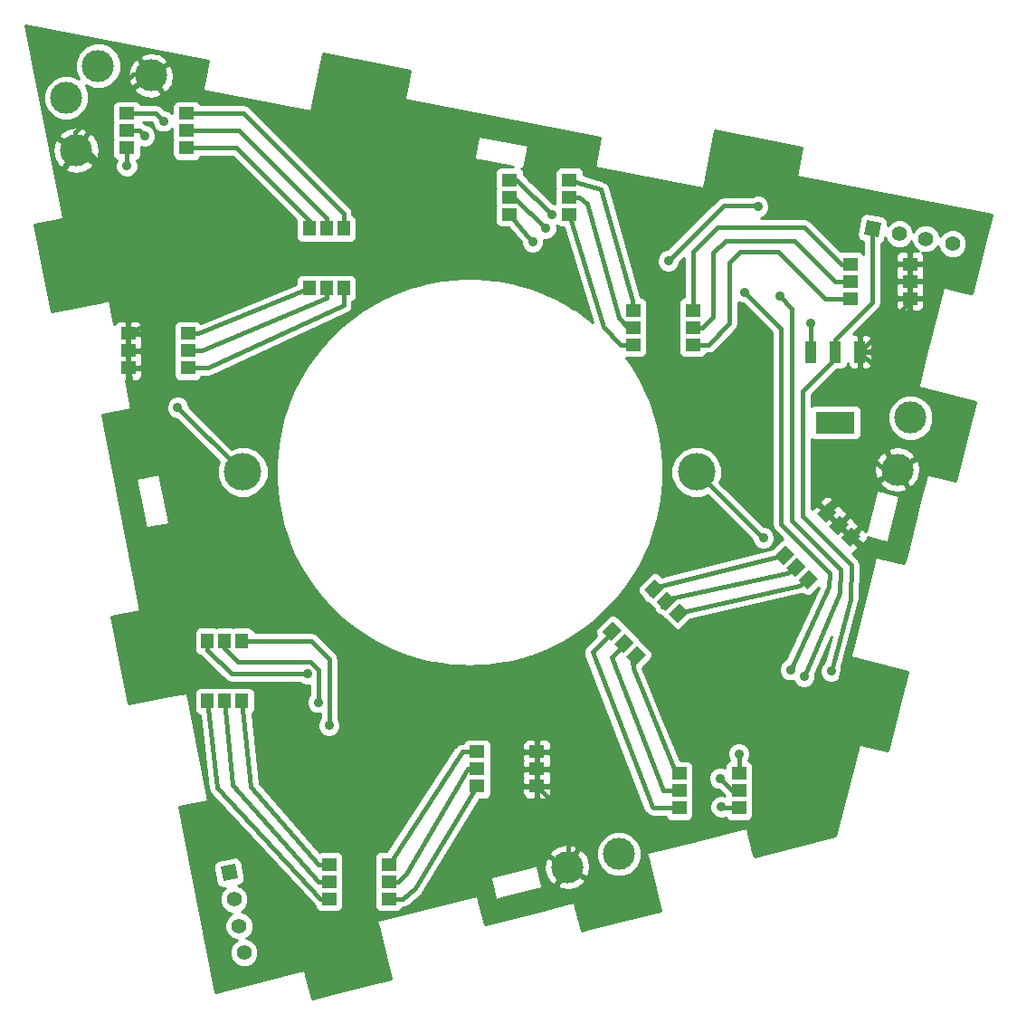
<source format=gbl>
G04 (created by PCBNEW (22-Jun-2014 BZR 4027)-stable) date Thu 17 Jul 2014 04:04:50 PM CEST*
%MOIN*%
G04 Gerber Fmt 3.4, Leading zero omitted, Abs format*
%FSLAX34Y34*%
G01*
G70*
G90*
G04 APERTURE LIST*
%ADD10C,0.00590551*%
%ADD11C,0.11811*%
%ADD12C,0.055*%
%ADD13R,0.0551181X0.0472441*%
%ADD14R,0.0472441X0.0551181*%
%ADD15R,0.144X0.08*%
%ADD16R,0.04X0.08*%
%ADD17C,0.1381*%
%ADD18C,0.035*%
%ADD19C,0.016*%
%ADD20C,0.01*%
G04 APERTURE END LIST*
G54D10*
G54D11*
X2149Y-4904D03*
X1787Y-2969D03*
X4904Y-2149D03*
X2969Y-1787D03*
X20245Y-31291D03*
X22154Y-30808D03*
X32408Y-16654D03*
X32891Y-14745D03*
G54D10*
G36*
X31171Y-8010D02*
X31272Y-7470D01*
X31812Y-7571D01*
X31711Y-8111D01*
X31171Y-8010D01*
X31171Y-8010D01*
G37*
G54D12*
X32475Y-7975D03*
X33457Y-8158D03*
X34440Y-8342D03*
G54D10*
G36*
X7470Y-31272D02*
X8010Y-31171D01*
X8111Y-31711D01*
X7571Y-31812D01*
X7470Y-31272D01*
X7470Y-31272D01*
G37*
G54D12*
X7975Y-32475D03*
X8158Y-33457D03*
X8342Y-34440D03*
G54D13*
X24372Y-28475D03*
X24372Y-27845D03*
X24372Y-29104D03*
X26577Y-28475D03*
X26577Y-29104D03*
X26577Y-27845D03*
G54D10*
G36*
X30616Y-18667D02*
X30226Y-19057D01*
X29892Y-18723D01*
X30282Y-18333D01*
X30616Y-18667D01*
X30616Y-18667D01*
G37*
G36*
X31061Y-19113D02*
X30672Y-19502D01*
X30338Y-19168D01*
X30727Y-18779D01*
X31061Y-19113D01*
X31061Y-19113D01*
G37*
G36*
X30170Y-18222D02*
X29781Y-18611D01*
X29447Y-18277D01*
X29836Y-17888D01*
X30170Y-18222D01*
X30170Y-18222D01*
G37*
G36*
X29057Y-20226D02*
X28667Y-20616D01*
X28333Y-20282D01*
X28723Y-19892D01*
X29057Y-20226D01*
X29057Y-20226D01*
G37*
G36*
X28611Y-19781D02*
X28222Y-20170D01*
X27888Y-19836D01*
X28277Y-19447D01*
X28611Y-19781D01*
X28611Y-19781D01*
G37*
G36*
X29502Y-20672D02*
X29113Y-21061D01*
X28779Y-20727D01*
X29168Y-20338D01*
X29502Y-20672D01*
X29502Y-20672D01*
G37*
G36*
X24266Y-21467D02*
X23876Y-21857D01*
X23542Y-21523D01*
X23932Y-21133D01*
X24266Y-21467D01*
X24266Y-21467D01*
G37*
G36*
X24711Y-21913D02*
X24322Y-22302D01*
X23988Y-21968D01*
X24377Y-21579D01*
X24711Y-21913D01*
X24711Y-21913D01*
G37*
G36*
X23820Y-21022D02*
X23431Y-21411D01*
X23097Y-21077D01*
X23486Y-20688D01*
X23820Y-21022D01*
X23820Y-21022D01*
G37*
G36*
X22707Y-23026D02*
X22317Y-23416D01*
X21983Y-23082D01*
X22373Y-22692D01*
X22707Y-23026D01*
X22707Y-23026D01*
G37*
G36*
X22261Y-22581D02*
X21872Y-22970D01*
X21538Y-22636D01*
X21927Y-22247D01*
X22261Y-22581D01*
X22261Y-22581D01*
G37*
G36*
X23152Y-23472D02*
X22763Y-23861D01*
X22429Y-23527D01*
X22818Y-23138D01*
X23152Y-23472D01*
X23152Y-23472D01*
G37*
G54D13*
X6227Y-4175D03*
X6227Y-4804D03*
X6227Y-3545D03*
X4022Y-4175D03*
X4022Y-3545D03*
X4022Y-4804D03*
X32877Y-9725D03*
X32877Y-10354D03*
X32877Y-9095D03*
X30672Y-9725D03*
X30672Y-9095D03*
X30672Y-10354D03*
X24877Y-11425D03*
X24877Y-12054D03*
X24877Y-10795D03*
X22672Y-11425D03*
X22672Y-10795D03*
X22672Y-12054D03*
G54D14*
X7625Y-25177D03*
X6995Y-25177D03*
X8254Y-25177D03*
X7625Y-22972D03*
X8254Y-22972D03*
X6995Y-22972D03*
G54D13*
X13677Y-31825D03*
X13677Y-32454D03*
X13677Y-31195D03*
X11472Y-31825D03*
X11472Y-31195D03*
X11472Y-32454D03*
X19127Y-27675D03*
X19127Y-28304D03*
X19127Y-27045D03*
X16922Y-27675D03*
X16922Y-27045D03*
X16922Y-28304D03*
X20327Y-6625D03*
X20327Y-7254D03*
X20327Y-5995D03*
X18122Y-6625D03*
X18122Y-5995D03*
X18122Y-7254D03*
X4072Y-12275D03*
X4072Y-11645D03*
X4072Y-12904D03*
X6277Y-12275D03*
X6277Y-12904D03*
X6277Y-11645D03*
G54D14*
X11375Y-9977D03*
X10745Y-9977D03*
X12004Y-9977D03*
X11375Y-7772D03*
X12004Y-7772D03*
X10745Y-7772D03*
G54D15*
X30125Y-14925D03*
G54D16*
X30125Y-12325D03*
X31025Y-12325D03*
X29225Y-12325D03*
G54D17*
X16651Y-8396D03*
X25003Y-16747D03*
X16651Y-25099D03*
X8299Y-16747D03*
G54D18*
X28075Y-10275D03*
X28975Y-24275D03*
X28475Y-24025D03*
X26775Y-10125D03*
X29975Y-24075D03*
X5900Y-14375D03*
X23975Y-8975D03*
X27275Y-6975D03*
X27475Y-19175D03*
X29225Y-11275D03*
X25925Y-29075D03*
X26575Y-27125D03*
X25875Y-28025D03*
X19675Y-7275D03*
X18975Y-8275D03*
X19450Y-7775D03*
X4025Y-5475D03*
X4675Y-4375D03*
X5375Y-3825D03*
X11475Y-26075D03*
X10675Y-24175D03*
X11075Y-25225D03*
X9125Y-9125D03*
G54D19*
X28525Y-10725D02*
X28075Y-10275D01*
X28525Y-18525D02*
X28525Y-10725D01*
X30325Y-20325D02*
X28525Y-18525D01*
X30300Y-21200D02*
X30325Y-20325D01*
X28975Y-24275D02*
X30300Y-21200D01*
X29900Y-20975D02*
X28475Y-24025D01*
X29925Y-20475D02*
X29900Y-20975D01*
X28125Y-18675D02*
X29925Y-20475D01*
X28125Y-11475D02*
X28125Y-18675D01*
X26775Y-10125D02*
X28125Y-11475D01*
X30125Y-12325D02*
X30125Y-12575D01*
X30125Y-12575D02*
X28925Y-13775D01*
X28925Y-13775D02*
X28925Y-18375D01*
X28925Y-18375D02*
X30725Y-20175D01*
X30725Y-20175D02*
X30675Y-21425D01*
X30675Y-21425D02*
X29975Y-24075D01*
X31492Y-7791D02*
X31492Y-10507D01*
X30125Y-11875D02*
X30125Y-12325D01*
X31492Y-10507D02*
X30125Y-11875D01*
X8299Y-16747D02*
X8272Y-16747D01*
X8272Y-16747D02*
X5900Y-14375D01*
X26025Y-6925D02*
X27225Y-6925D01*
X23975Y-8975D02*
X26025Y-6925D01*
X27225Y-6925D02*
X27275Y-6975D01*
X25003Y-16747D02*
X25022Y-16747D01*
X27450Y-19175D02*
X27475Y-19175D01*
X25022Y-16747D02*
X27450Y-19175D01*
X29225Y-11275D02*
X29225Y-12325D01*
X26577Y-29104D02*
X25954Y-29104D01*
X25954Y-29104D02*
X25925Y-29075D01*
X26577Y-27845D02*
X26577Y-27127D01*
X26577Y-27127D02*
X26575Y-27125D01*
X26577Y-28475D02*
X26325Y-28475D01*
X26325Y-28475D02*
X25875Y-28025D01*
X24372Y-27845D02*
X24175Y-27675D01*
X22675Y-23975D02*
X22640Y-23699D01*
X24175Y-27675D02*
X22675Y-23975D01*
X21750Y-22809D02*
X21740Y-22809D01*
X23404Y-29104D02*
X24372Y-29104D01*
X23375Y-29075D02*
X23404Y-29104D01*
X21175Y-23375D02*
X23375Y-29075D01*
X21740Y-22809D02*
X21175Y-23375D01*
X22195Y-23254D02*
X21875Y-23575D01*
X24075Y-28475D02*
X24372Y-28475D01*
X23775Y-28475D02*
X24075Y-28475D01*
X21875Y-23575D02*
X23775Y-28475D01*
X28250Y-19809D02*
X23575Y-20975D01*
X23575Y-20975D02*
X23309Y-21250D01*
X23904Y-21495D02*
X23904Y-21445D01*
X28346Y-20461D02*
X28695Y-20254D01*
X24175Y-21375D02*
X28346Y-20461D01*
X23904Y-21445D02*
X24175Y-21375D01*
X23975Y-21475D02*
X23754Y-21695D01*
X24349Y-21940D02*
X28775Y-20925D01*
X28775Y-20925D02*
X29140Y-20699D01*
X24475Y-21875D02*
X24349Y-21940D01*
X18122Y-5995D02*
X18395Y-5995D01*
X18395Y-5995D02*
X19675Y-7275D01*
X19654Y-7295D02*
X19675Y-7275D01*
X18122Y-7254D02*
X18954Y-8254D01*
X18954Y-8254D02*
X18975Y-8275D01*
X18122Y-6625D02*
X18300Y-6625D01*
X18300Y-6625D02*
X19450Y-7775D01*
X22672Y-11425D02*
X22500Y-11425D01*
X20700Y-6625D02*
X20327Y-6625D01*
X20995Y-6875D02*
X20700Y-6625D01*
X22150Y-11075D02*
X20995Y-6875D01*
X22500Y-11425D02*
X22150Y-11075D01*
X20327Y-5995D02*
X21500Y-6350D01*
X22651Y-10424D02*
X22672Y-10795D01*
X21500Y-6350D02*
X22651Y-10424D01*
X20327Y-7254D02*
X21588Y-11411D01*
X22229Y-12054D02*
X22672Y-12054D01*
X21588Y-11411D02*
X22229Y-12054D01*
X30672Y-9095D02*
X30345Y-9095D01*
X24877Y-8622D02*
X24877Y-10795D01*
X25775Y-7725D02*
X24877Y-8622D01*
X28975Y-7725D02*
X25775Y-7725D01*
X30345Y-9095D02*
X28975Y-7725D01*
X30672Y-9725D02*
X30125Y-9725D01*
X25225Y-11425D02*
X24877Y-11425D01*
X25625Y-11025D02*
X25225Y-11425D01*
X25625Y-8675D02*
X25625Y-11025D01*
X26075Y-8225D02*
X25625Y-8675D01*
X28625Y-8225D02*
X26075Y-8225D01*
X30125Y-9725D02*
X28625Y-8225D01*
X24877Y-12054D02*
X25445Y-12054D01*
X29754Y-10354D02*
X30672Y-10354D01*
X28025Y-8625D02*
X29754Y-10354D01*
X26625Y-8625D02*
X28025Y-8625D01*
X26225Y-9025D02*
X26625Y-8625D01*
X26225Y-11275D02*
X26225Y-9025D01*
X25445Y-12054D02*
X26225Y-11275D01*
X6227Y-3545D02*
X8320Y-3545D01*
X12004Y-7229D02*
X12004Y-7772D01*
X8320Y-3545D02*
X12004Y-7229D01*
X4022Y-4804D02*
X4022Y-5472D01*
X4022Y-5472D02*
X4025Y-5475D01*
X4022Y-4175D02*
X4475Y-4175D01*
X4475Y-4175D02*
X4675Y-4375D01*
X4022Y-3545D02*
X5095Y-3545D01*
X5095Y-3545D02*
X5375Y-3825D01*
X6227Y-4175D02*
X8150Y-4175D01*
X11375Y-7400D02*
X11375Y-7772D01*
X8150Y-4175D02*
X11375Y-7400D01*
X6227Y-4804D02*
X8054Y-4804D01*
X10745Y-7495D02*
X10745Y-7772D01*
X8054Y-4804D02*
X10745Y-7495D01*
X6277Y-12904D02*
X7025Y-12901D01*
X12004Y-10595D02*
X12004Y-9977D01*
X7025Y-12901D02*
X12004Y-10595D01*
X6277Y-12275D02*
X6800Y-12275D01*
X11375Y-10350D02*
X11375Y-9977D01*
X6800Y-12275D02*
X11375Y-10350D01*
X10745Y-9977D02*
X10745Y-9977D01*
X6650Y-11648D02*
X6277Y-11645D01*
X10745Y-9977D02*
X6650Y-11648D01*
X8254Y-22972D02*
X10822Y-22972D01*
X11475Y-23625D02*
X11475Y-26075D01*
X10822Y-22972D02*
X11475Y-23625D01*
X6995Y-22972D02*
X6995Y-23295D01*
X7875Y-24175D02*
X10675Y-24175D01*
X6995Y-23295D02*
X7875Y-24175D01*
X7625Y-23225D02*
X8125Y-23725D01*
X8125Y-23725D02*
X10775Y-23725D01*
X10775Y-23725D02*
X11075Y-24025D01*
X11075Y-24025D02*
X11075Y-25225D01*
X7625Y-22972D02*
X7625Y-23225D01*
X6995Y-25177D02*
X7350Y-28375D01*
X11154Y-32454D02*
X11472Y-32454D01*
X7350Y-28375D02*
X11154Y-32454D01*
X8254Y-25177D02*
X8600Y-28325D01*
X11095Y-31195D02*
X11472Y-31195D01*
X8600Y-28325D02*
X11095Y-31195D01*
X7625Y-25177D02*
X7925Y-28275D01*
X11100Y-31825D02*
X11472Y-31825D01*
X7925Y-28275D02*
X11100Y-31825D01*
X13677Y-31195D02*
X13677Y-31195D01*
X16375Y-27050D02*
X16922Y-27045D01*
X13677Y-31195D02*
X16375Y-27050D01*
X13677Y-31825D02*
X14025Y-31825D01*
X16575Y-27675D02*
X16922Y-27675D01*
X14325Y-31525D02*
X16575Y-27675D01*
X14325Y-31525D02*
X14325Y-31525D01*
X14025Y-31825D02*
X14325Y-31525D01*
X13677Y-32454D02*
X14195Y-32454D01*
X14652Y-32076D02*
X16922Y-28304D01*
X14652Y-32076D02*
X14652Y-32076D01*
X14195Y-32454D02*
X14652Y-32076D01*
X32532Y-16521D02*
X31771Y-16521D01*
X31771Y-16521D02*
X31550Y-16300D01*
X20289Y-31247D02*
X20289Y-30183D01*
X20289Y-30183D02*
X20647Y-29825D01*
X4710Y-2113D02*
X4236Y-2113D01*
X2113Y-4236D02*
X2113Y-4710D01*
X4236Y-2113D02*
X2113Y-4236D01*
X2113Y-4710D02*
X2348Y-4710D01*
X4072Y-6434D02*
X4072Y-11645D01*
X2348Y-4710D02*
X4072Y-6434D01*
X16651Y-25099D02*
X13649Y-25099D01*
X4325Y-14325D02*
X4072Y-12904D01*
X13649Y-25099D02*
X4325Y-14325D01*
X4072Y-11645D02*
X4072Y-12275D01*
X4072Y-12275D02*
X4072Y-12904D01*
X9125Y-9125D02*
X15922Y-9125D01*
X15922Y-9125D02*
X16651Y-8396D01*
X19127Y-27045D02*
X18597Y-27045D01*
X18597Y-27045D02*
X16651Y-25099D01*
X19127Y-27045D02*
X19127Y-27675D01*
X19127Y-27675D02*
X19127Y-28304D01*
X19127Y-28304D02*
X20647Y-29825D01*
X20647Y-29825D02*
X24775Y-29825D01*
X24775Y-29825D02*
X25325Y-29275D01*
X25325Y-29275D02*
X25325Y-27325D01*
X25325Y-27325D02*
X26575Y-26075D01*
X26575Y-26075D02*
X27640Y-26075D01*
X27640Y-26075D02*
X29175Y-26075D01*
X29175Y-26075D02*
X30300Y-24425D01*
X30300Y-24425D02*
X31475Y-19750D01*
X31475Y-19750D02*
X30254Y-18695D01*
X30254Y-18695D02*
X29809Y-18250D01*
X9125Y-9125D02*
X4072Y-11645D01*
X4072Y-11645D02*
X4085Y-11632D01*
X4085Y-11632D02*
X4072Y-11645D01*
X30699Y-19140D02*
X30254Y-18695D01*
X30254Y-18695D02*
X29809Y-18250D01*
X29809Y-18250D02*
X29809Y-18040D01*
X29809Y-18040D02*
X31550Y-16300D01*
X31550Y-16300D02*
X31575Y-16275D01*
X31575Y-16275D02*
X31575Y-12875D01*
X31575Y-12875D02*
X31025Y-12325D01*
X32877Y-9095D02*
X32877Y-9725D01*
X32877Y-9725D02*
X32877Y-10354D01*
X32877Y-10354D02*
X32877Y-10472D01*
X32877Y-10472D02*
X31025Y-12325D01*
G54D10*
G36*
X35889Y-7281D02*
X35160Y-10181D01*
X34965Y-10132D01*
X34965Y-8238D01*
X34886Y-8045D01*
X34738Y-7898D01*
X34545Y-7817D01*
X34336Y-7817D01*
X34143Y-7897D01*
X33996Y-8045D01*
X33983Y-8076D01*
X33983Y-8054D01*
X33903Y-7861D01*
X33755Y-7714D01*
X33562Y-7634D01*
X33353Y-7633D01*
X33160Y-7713D01*
X33013Y-7861D01*
X33000Y-7892D01*
X33000Y-7871D01*
X32920Y-7678D01*
X32772Y-7530D01*
X32579Y-7450D01*
X32371Y-7449D01*
X32178Y-7529D01*
X32051Y-7655D01*
X32067Y-7568D01*
X32047Y-7471D01*
X31991Y-7389D01*
X31908Y-7334D01*
X31810Y-7316D01*
X31269Y-7215D01*
X31172Y-7235D01*
X31090Y-7291D01*
X31035Y-7375D01*
X31017Y-7472D01*
X30916Y-8013D01*
X30936Y-8110D01*
X30992Y-8192D01*
X31076Y-8247D01*
X31162Y-8263D01*
X31162Y-8721D01*
X31160Y-8717D01*
X31090Y-8647D01*
X30998Y-8608D01*
X30898Y-8608D01*
X30347Y-8608D01*
X30331Y-8615D01*
X29208Y-7491D01*
X29101Y-7420D01*
X28975Y-7395D01*
X27371Y-7395D01*
X27515Y-7335D01*
X27635Y-7216D01*
X27699Y-7059D01*
X27700Y-6890D01*
X27635Y-6734D01*
X27516Y-6614D01*
X27359Y-6550D01*
X27190Y-6549D01*
X27081Y-6595D01*
X26025Y-6595D01*
X25898Y-6620D01*
X25791Y-6691D01*
X23933Y-8549D01*
X23890Y-8549D01*
X23734Y-8614D01*
X23614Y-8733D01*
X23550Y-8890D01*
X23549Y-9059D01*
X23614Y-9215D01*
X23733Y-9335D01*
X23890Y-9399D01*
X24059Y-9400D01*
X24215Y-9335D01*
X24335Y-9216D01*
X24399Y-9059D01*
X24399Y-9016D01*
X24547Y-8869D01*
X24547Y-10310D01*
X24460Y-10346D01*
X24389Y-10417D01*
X24351Y-10508D01*
X24351Y-10608D01*
X24351Y-11080D01*
X24363Y-11109D01*
X24351Y-11138D01*
X24351Y-11238D01*
X24351Y-11710D01*
X24363Y-11739D01*
X24351Y-11768D01*
X24351Y-11868D01*
X24351Y-12340D01*
X24389Y-12432D01*
X24459Y-12502D01*
X24551Y-12541D01*
X24651Y-12541D01*
X25202Y-12541D01*
X25294Y-12503D01*
X25364Y-12432D01*
X25384Y-12384D01*
X25445Y-12384D01*
X25571Y-12359D01*
X25571Y-12359D01*
X25678Y-12288D01*
X26458Y-11508D01*
X26529Y-11401D01*
X26529Y-11401D01*
X26555Y-11275D01*
X26555Y-10493D01*
X26690Y-10549D01*
X26733Y-10549D01*
X27795Y-11611D01*
X27795Y-18675D01*
X27820Y-18801D01*
X27891Y-18908D01*
X28194Y-19211D01*
X28136Y-19235D01*
X28066Y-19305D01*
X27900Y-19471D01*
X27900Y-19090D01*
X27835Y-18934D01*
X27716Y-18814D01*
X27559Y-18750D01*
X27491Y-18750D01*
X25865Y-17123D01*
X25943Y-16934D01*
X25943Y-16560D01*
X25800Y-16214D01*
X25536Y-15950D01*
X25190Y-15806D01*
X24816Y-15806D01*
X24470Y-15949D01*
X24206Y-16213D01*
X24062Y-16559D01*
X24062Y-16933D01*
X24205Y-17279D01*
X24469Y-17543D01*
X24815Y-17687D01*
X25189Y-17687D01*
X25406Y-17597D01*
X27049Y-19241D01*
X27049Y-19259D01*
X27114Y-19415D01*
X27233Y-19535D01*
X27390Y-19599D01*
X27559Y-19600D01*
X27715Y-19535D01*
X27835Y-19416D01*
X27899Y-19259D01*
X27900Y-19090D01*
X27900Y-19471D01*
X27786Y-19584D01*
X23793Y-20580D01*
X23793Y-16747D01*
X23785Y-16404D01*
X23761Y-16062D01*
X23720Y-15722D01*
X23662Y-15383D01*
X23589Y-15047D01*
X23499Y-14713D01*
X23393Y-14384D01*
X23270Y-14059D01*
X23131Y-13739D01*
X22976Y-13425D01*
X22804Y-13118D01*
X22616Y-12817D01*
X22424Y-12541D01*
X22446Y-12541D01*
X22997Y-12541D01*
X23089Y-12503D01*
X23160Y-12432D01*
X23198Y-12341D01*
X23198Y-12241D01*
X23198Y-11769D01*
X23186Y-11740D01*
X23198Y-11711D01*
X23198Y-11611D01*
X23198Y-11139D01*
X23186Y-11110D01*
X23198Y-11081D01*
X23198Y-10981D01*
X23198Y-10509D01*
X23160Y-10417D01*
X23090Y-10347D01*
X22998Y-10308D01*
X22963Y-10308D01*
X21817Y-6260D01*
X21802Y-6230D01*
X21791Y-6193D01*
X21770Y-6168D01*
X21758Y-6145D01*
X21734Y-6124D01*
X21709Y-6093D01*
X21680Y-6078D01*
X21660Y-6061D01*
X21631Y-6052D01*
X21595Y-6033D01*
X20852Y-5809D01*
X20852Y-5709D01*
X20815Y-5617D01*
X20744Y-5547D01*
X20652Y-5508D01*
X20553Y-5508D01*
X20002Y-5508D01*
X19910Y-5546D01*
X19839Y-5617D01*
X19801Y-5708D01*
X19801Y-5808D01*
X19801Y-6280D01*
X19813Y-6309D01*
X19801Y-6338D01*
X19801Y-6438D01*
X19801Y-6867D01*
X19759Y-6850D01*
X19716Y-6850D01*
X18824Y-5957D01*
X18648Y-5781D01*
X18648Y-5709D01*
X18610Y-5617D01*
X18556Y-5563D01*
X18656Y-5581D01*
X18697Y-5380D01*
X18787Y-4914D01*
X18824Y-4710D01*
X18623Y-4668D01*
X17175Y-4387D01*
X16970Y-4351D01*
X16929Y-4551D01*
X16839Y-5017D01*
X16802Y-5222D01*
X17003Y-5263D01*
X18265Y-5508D01*
X17797Y-5508D01*
X17705Y-5546D01*
X17635Y-5617D01*
X17597Y-5708D01*
X17597Y-5808D01*
X17597Y-6280D01*
X17609Y-6309D01*
X17597Y-6338D01*
X17597Y-6438D01*
X17597Y-6910D01*
X17609Y-6939D01*
X17597Y-6968D01*
X17597Y-7068D01*
X17597Y-7540D01*
X17634Y-7632D01*
X17705Y-7702D01*
X17797Y-7741D01*
X17896Y-7741D01*
X18098Y-7741D01*
X18549Y-8283D01*
X18549Y-8359D01*
X18614Y-8515D01*
X18733Y-8635D01*
X18824Y-8672D01*
X18890Y-8699D01*
X19059Y-8700D01*
X19215Y-8635D01*
X19335Y-8516D01*
X19399Y-8359D01*
X19400Y-8199D01*
X19534Y-8200D01*
X19690Y-8135D01*
X19810Y-8016D01*
X19874Y-7859D01*
X19875Y-7690D01*
X19861Y-7657D01*
X19863Y-7656D01*
X19909Y-7702D01*
X20001Y-7741D01*
X20101Y-7741D01*
X20130Y-7741D01*
X21191Y-11233D01*
X21158Y-11206D01*
X21017Y-11094D01*
X20873Y-10985D01*
X20727Y-10881D01*
X20580Y-10781D01*
X20431Y-10685D01*
X20279Y-10593D01*
X20126Y-10505D01*
X19971Y-10422D01*
X19815Y-10342D01*
X19657Y-10266D01*
X19498Y-10195D01*
X19337Y-10127D01*
X19175Y-10064D01*
X19012Y-10005D01*
X18848Y-9950D01*
X18824Y-9942D01*
X18682Y-9899D01*
X18516Y-9852D01*
X18349Y-9809D01*
X18181Y-9770D01*
X18013Y-9736D01*
X17843Y-9705D01*
X17674Y-9679D01*
X17503Y-9656D01*
X17333Y-9638D01*
X17162Y-9623D01*
X16991Y-9613D01*
X16819Y-9607D01*
X16648Y-9605D01*
X16477Y-9607D01*
X16306Y-9613D01*
X16134Y-9623D01*
X15963Y-9638D01*
X15793Y-9656D01*
X15623Y-9679D01*
X15453Y-9705D01*
X15284Y-9736D01*
X15116Y-9770D01*
X14948Y-9809D01*
X14781Y-9852D01*
X14615Y-9899D01*
X14450Y-9950D01*
X14286Y-10005D01*
X14123Y-10064D01*
X13961Y-10127D01*
X13801Y-10195D01*
X13641Y-10266D01*
X13484Y-10342D01*
X13328Y-10422D01*
X13173Y-10505D01*
X13020Y-10593D01*
X12868Y-10685D01*
X12719Y-10781D01*
X12572Y-10881D01*
X12491Y-10939D01*
X12491Y-10203D01*
X12491Y-9652D01*
X12491Y-7998D01*
X12491Y-7447D01*
X12453Y-7355D01*
X12382Y-7285D01*
X12334Y-7265D01*
X12334Y-7229D01*
X12334Y-7229D01*
X12334Y-7229D01*
X12329Y-7204D01*
X12309Y-7103D01*
X12309Y-7103D01*
X12238Y-6996D01*
X12238Y-6996D01*
X8553Y-3311D01*
X8446Y-3240D01*
X8320Y-3215D01*
X6734Y-3215D01*
X6715Y-3167D01*
X6644Y-3097D01*
X6552Y-3058D01*
X6453Y-3058D01*
X5902Y-3058D01*
X5810Y-3096D01*
X5761Y-3145D01*
X5761Y-2123D01*
X5698Y-1827D01*
X5586Y-1742D01*
X5530Y-1781D01*
X5530Y-1660D01*
X5491Y-1525D01*
X5208Y-1348D01*
X4878Y-1292D01*
X4582Y-1355D01*
X4497Y-1467D01*
X4917Y-2080D01*
X5530Y-1660D01*
X5530Y-1781D01*
X4973Y-2162D01*
X5393Y-2775D01*
X5528Y-2736D01*
X5705Y-2453D01*
X5761Y-2123D01*
X5761Y-3145D01*
X5739Y-3167D01*
X5701Y-3258D01*
X5701Y-3358D01*
X5701Y-3550D01*
X5616Y-3464D01*
X5459Y-3400D01*
X5416Y-3400D01*
X5328Y-3311D01*
X5311Y-3300D01*
X5311Y-2832D01*
X4891Y-2219D01*
X4834Y-2257D01*
X4834Y-2136D01*
X4415Y-1523D01*
X4280Y-1562D01*
X4103Y-1845D01*
X4047Y-2175D01*
X4110Y-2471D01*
X4221Y-2556D01*
X4834Y-2136D01*
X4834Y-2257D01*
X4278Y-2638D01*
X4317Y-2773D01*
X4600Y-2950D01*
X4930Y-3006D01*
X5226Y-2943D01*
X5311Y-2832D01*
X5311Y-3300D01*
X5221Y-3240D01*
X5095Y-3215D01*
X4529Y-3215D01*
X4510Y-3167D01*
X4440Y-3097D01*
X4348Y-3058D01*
X4248Y-3058D01*
X3810Y-3058D01*
X3810Y-1620D01*
X3682Y-1311D01*
X3446Y-1075D01*
X3137Y-947D01*
X2803Y-946D01*
X2494Y-1074D01*
X2257Y-1310D01*
X2129Y-1619D01*
X2128Y-1953D01*
X2252Y-2252D01*
X1955Y-2129D01*
X1620Y-2128D01*
X1311Y-2256D01*
X1075Y-2492D01*
X947Y-2801D01*
X946Y-3136D01*
X1074Y-3445D01*
X1310Y-3681D01*
X1619Y-3809D01*
X1953Y-3810D01*
X2262Y-3682D01*
X2499Y-3446D01*
X2627Y-3137D01*
X2628Y-2803D01*
X2504Y-2504D01*
X2801Y-2627D01*
X3136Y-2628D01*
X3445Y-2500D01*
X3681Y-2264D01*
X3809Y-1955D01*
X3810Y-1620D01*
X3810Y-3058D01*
X3697Y-3058D01*
X3605Y-3096D01*
X3535Y-3167D01*
X3497Y-3258D01*
X3497Y-3358D01*
X3497Y-3830D01*
X3509Y-3859D01*
X3497Y-3888D01*
X3497Y-3988D01*
X3497Y-4460D01*
X3509Y-4489D01*
X3497Y-4518D01*
X3497Y-4618D01*
X3497Y-5090D01*
X3534Y-5182D01*
X3605Y-5252D01*
X3649Y-5271D01*
X3600Y-5390D01*
X3599Y-5559D01*
X3664Y-5715D01*
X3783Y-5835D01*
X3940Y-5899D01*
X4109Y-5900D01*
X4265Y-5835D01*
X4385Y-5716D01*
X4449Y-5559D01*
X4450Y-5390D01*
X4399Y-5269D01*
X4439Y-5253D01*
X4510Y-5182D01*
X4548Y-5091D01*
X4548Y-4991D01*
X4548Y-4782D01*
X4590Y-4799D01*
X4759Y-4800D01*
X4915Y-4735D01*
X5035Y-4616D01*
X5099Y-4459D01*
X5100Y-4290D01*
X5035Y-4134D01*
X4916Y-4014D01*
X4759Y-3950D01*
X4716Y-3950D01*
X4708Y-3941D01*
X4608Y-3875D01*
X4949Y-3875D01*
X4949Y-3909D01*
X5014Y-4065D01*
X5133Y-4185D01*
X5290Y-4249D01*
X5459Y-4250D01*
X5615Y-4185D01*
X5701Y-4099D01*
X5701Y-4460D01*
X5713Y-4489D01*
X5701Y-4518D01*
X5701Y-4618D01*
X5701Y-5090D01*
X5739Y-5182D01*
X5809Y-5252D01*
X5901Y-5291D01*
X6001Y-5291D01*
X6552Y-5291D01*
X6644Y-5253D01*
X6714Y-5182D01*
X6734Y-5134D01*
X7918Y-5134D01*
X10258Y-7475D01*
X10258Y-7546D01*
X10258Y-8097D01*
X10296Y-8189D01*
X10367Y-8260D01*
X10458Y-8298D01*
X10558Y-8298D01*
X11030Y-8298D01*
X11059Y-8286D01*
X11088Y-8298D01*
X11188Y-8298D01*
X11660Y-8298D01*
X11689Y-8286D01*
X11718Y-8298D01*
X11818Y-8298D01*
X12290Y-8298D01*
X12382Y-8260D01*
X12452Y-8190D01*
X12491Y-8098D01*
X12491Y-7998D01*
X12491Y-9652D01*
X12453Y-9560D01*
X12382Y-9489D01*
X12291Y-9451D01*
X12191Y-9451D01*
X11719Y-9451D01*
X11690Y-9463D01*
X11661Y-9451D01*
X11561Y-9451D01*
X11089Y-9451D01*
X11060Y-9463D01*
X11031Y-9451D01*
X10931Y-9451D01*
X10459Y-9451D01*
X10367Y-9489D01*
X10297Y-9559D01*
X10258Y-9651D01*
X10258Y-9751D01*
X10258Y-9819D01*
X6748Y-11251D01*
X6694Y-11197D01*
X6602Y-11158D01*
X6503Y-11158D01*
X5952Y-11158D01*
X5860Y-11196D01*
X5789Y-11267D01*
X5751Y-11358D01*
X5751Y-11458D01*
X5751Y-11930D01*
X5763Y-11959D01*
X5751Y-11988D01*
X5751Y-12088D01*
X5751Y-12560D01*
X5763Y-12589D01*
X5751Y-12618D01*
X5751Y-12718D01*
X5751Y-13190D01*
X5789Y-13282D01*
X5859Y-13352D01*
X5951Y-13391D01*
X6051Y-13391D01*
X6602Y-13391D01*
X6694Y-13353D01*
X6764Y-13282D01*
X6785Y-13232D01*
X7027Y-13231D01*
X7032Y-13229D01*
X7039Y-13231D01*
X7105Y-13214D01*
X7153Y-13205D01*
X7157Y-13202D01*
X7164Y-13200D01*
X12113Y-10903D01*
X12131Y-10899D01*
X12238Y-10828D01*
X12309Y-10721D01*
X12334Y-10595D01*
X12334Y-10484D01*
X12382Y-10465D01*
X12452Y-10394D01*
X12491Y-10302D01*
X12491Y-10203D01*
X12491Y-10939D01*
X12426Y-10985D01*
X12282Y-11094D01*
X12141Y-11206D01*
X12002Y-11322D01*
X11865Y-11443D01*
X11731Y-11567D01*
X11599Y-11696D01*
X11346Y-11963D01*
X11109Y-12239D01*
X10888Y-12524D01*
X10684Y-12817D01*
X10496Y-13118D01*
X10324Y-13425D01*
X10168Y-13739D01*
X10030Y-14059D01*
X9907Y-14384D01*
X9801Y-14713D01*
X9711Y-15046D01*
X9637Y-15383D01*
X9580Y-15722D01*
X9539Y-16062D01*
X9515Y-16404D01*
X9506Y-16747D01*
X9515Y-17090D01*
X9539Y-17432D01*
X9580Y-17773D01*
X9637Y-18111D01*
X9711Y-18448D01*
X9801Y-18781D01*
X9907Y-19110D01*
X10030Y-19435D01*
X10168Y-19755D01*
X10324Y-20069D01*
X10496Y-20377D01*
X10684Y-20678D01*
X10888Y-20971D01*
X11109Y-21256D01*
X11346Y-21532D01*
X11599Y-21798D01*
X11865Y-22051D01*
X12141Y-22288D01*
X12426Y-22509D01*
X12719Y-22713D01*
X13020Y-22901D01*
X13328Y-23073D01*
X13642Y-23229D01*
X13962Y-23367D01*
X14287Y-23490D01*
X14616Y-23596D01*
X14949Y-23686D01*
X15285Y-23759D01*
X15624Y-23817D01*
X15965Y-23858D01*
X16307Y-23882D01*
X16650Y-23890D01*
X16993Y-23882D01*
X17334Y-23858D01*
X17675Y-23817D01*
X18014Y-23759D01*
X18351Y-23686D01*
X18684Y-23596D01*
X19013Y-23490D01*
X19338Y-23367D01*
X19658Y-23229D01*
X19972Y-23073D01*
X20279Y-22901D01*
X20580Y-22713D01*
X20873Y-22509D01*
X21158Y-22288D01*
X21434Y-22051D01*
X21701Y-21798D01*
X21954Y-21532D01*
X22191Y-21256D01*
X22412Y-20971D01*
X22616Y-20678D01*
X22804Y-20377D01*
X22976Y-20069D01*
X23131Y-19755D01*
X23270Y-19435D01*
X23393Y-19110D01*
X23499Y-18781D01*
X23589Y-18448D01*
X23662Y-18111D01*
X23720Y-17773D01*
X23761Y-17432D01*
X23785Y-17090D01*
X23793Y-16747D01*
X23793Y-20580D01*
X23744Y-20592D01*
X23628Y-20476D01*
X23536Y-20438D01*
X23437Y-20438D01*
X23345Y-20476D01*
X23275Y-20546D01*
X22885Y-20936D01*
X22847Y-21027D01*
X22847Y-21127D01*
X22885Y-21219D01*
X22955Y-21289D01*
X22995Y-21329D01*
X23006Y-21381D01*
X23079Y-21487D01*
X23188Y-21557D01*
X23230Y-21564D01*
X23289Y-21623D01*
X23318Y-21635D01*
X23330Y-21664D01*
X23400Y-21735D01*
X23440Y-21774D01*
X23449Y-21821D01*
X23521Y-21928D01*
X23628Y-22000D01*
X23675Y-22009D01*
X23734Y-22069D01*
X23764Y-22081D01*
X23775Y-22110D01*
X23793Y-22127D01*
X23846Y-22180D01*
X24180Y-22514D01*
X24272Y-22552D01*
X24371Y-22552D01*
X24463Y-22514D01*
X24533Y-22444D01*
X24802Y-22175D01*
X28849Y-21249D01*
X28916Y-21218D01*
X28971Y-21273D01*
X29063Y-21311D01*
X29162Y-21311D01*
X29254Y-21273D01*
X29324Y-21203D01*
X29515Y-21013D01*
X28289Y-23641D01*
X28234Y-23664D01*
X28114Y-23783D01*
X28050Y-23940D01*
X28049Y-24109D01*
X28114Y-24265D01*
X28233Y-24385D01*
X28390Y-24449D01*
X28559Y-24450D01*
X28583Y-24440D01*
X28614Y-24515D01*
X28733Y-24635D01*
X28890Y-24699D01*
X29059Y-24700D01*
X29215Y-24635D01*
X29335Y-24516D01*
X29399Y-24359D01*
X29400Y-24190D01*
X29385Y-24155D01*
X29972Y-22793D01*
X29726Y-23722D01*
X29614Y-23833D01*
X29550Y-23990D01*
X29549Y-24159D01*
X29614Y-24315D01*
X29733Y-24435D01*
X29890Y-24499D01*
X30059Y-24500D01*
X30215Y-24435D01*
X30335Y-24316D01*
X30399Y-24159D01*
X30400Y-23990D01*
X30362Y-23900D01*
X30994Y-21509D01*
X30996Y-21472D01*
X31004Y-21438D01*
X31054Y-20188D01*
X31053Y-20181D01*
X31055Y-20175D01*
X31044Y-20123D01*
X31034Y-20061D01*
X31031Y-20054D01*
X31029Y-20048D01*
X31000Y-20004D01*
X30967Y-19951D01*
X30961Y-19946D01*
X30958Y-19941D01*
X30755Y-19738D01*
X30813Y-19714D01*
X30883Y-19644D01*
X30964Y-19564D01*
X30964Y-19475D01*
X30699Y-19211D01*
X30694Y-19217D01*
X30623Y-19146D01*
X30629Y-19140D01*
X30518Y-19030D01*
X30364Y-18876D01*
X30254Y-18766D01*
X30248Y-18771D01*
X30178Y-18701D01*
X30183Y-18695D01*
X30073Y-18585D01*
X29919Y-18431D01*
X29809Y-18320D01*
X29803Y-18326D01*
X29732Y-18255D01*
X29738Y-18250D01*
X29474Y-17985D01*
X29385Y-17985D01*
X29305Y-18066D01*
X29255Y-18116D01*
X29255Y-15528D01*
X29263Y-15536D01*
X29355Y-15574D01*
X29454Y-15575D01*
X30894Y-15575D01*
X30986Y-15537D01*
X31056Y-15466D01*
X31094Y-15374D01*
X31095Y-15275D01*
X31095Y-14475D01*
X31057Y-14383D01*
X30986Y-14313D01*
X30894Y-14275D01*
X30795Y-14274D01*
X29355Y-14274D01*
X29263Y-14312D01*
X29255Y-14321D01*
X29255Y-13911D01*
X30191Y-12975D01*
X30374Y-12975D01*
X30466Y-12937D01*
X30536Y-12866D01*
X30574Y-12774D01*
X30575Y-12724D01*
X30575Y-12774D01*
X30613Y-12866D01*
X30683Y-12937D01*
X30775Y-12975D01*
X30912Y-12975D01*
X30975Y-12912D01*
X30975Y-12375D01*
X30967Y-12375D01*
X30967Y-12275D01*
X30975Y-12275D01*
X30975Y-11737D01*
X30912Y-11675D01*
X30791Y-11674D01*
X31725Y-10741D01*
X31725Y-10741D01*
X31725Y-10741D01*
X31796Y-10634D01*
X31796Y-10634D01*
X31822Y-10507D01*
X31822Y-10507D01*
X31822Y-8339D01*
X31893Y-8290D01*
X31948Y-8207D01*
X31965Y-8116D01*
X32029Y-8272D01*
X32177Y-8419D01*
X32370Y-8499D01*
X32578Y-8500D01*
X32772Y-8420D01*
X32919Y-8272D01*
X32932Y-8241D01*
X32932Y-8262D01*
X33012Y-8455D01*
X33160Y-8603D01*
X33172Y-8608D01*
X33103Y-8608D01*
X32989Y-8608D01*
X32927Y-8671D01*
X32927Y-9045D01*
X33340Y-9045D01*
X33402Y-8982D01*
X33402Y-8809D01*
X33365Y-8717D01*
X33316Y-8668D01*
X33353Y-8683D01*
X33561Y-8684D01*
X33754Y-8604D01*
X33902Y-8456D01*
X33915Y-8425D01*
X33915Y-8446D01*
X33995Y-8639D01*
X34143Y-8787D01*
X34335Y-8867D01*
X34544Y-8867D01*
X34737Y-8788D01*
X34885Y-8640D01*
X34965Y-8447D01*
X34965Y-8238D01*
X34965Y-10132D01*
X34296Y-9964D01*
X34099Y-9914D01*
X34044Y-10111D01*
X33402Y-12664D01*
X33402Y-10640D01*
X33402Y-10069D01*
X33390Y-10039D01*
X33402Y-10010D01*
X33402Y-9439D01*
X33390Y-9410D01*
X33402Y-9380D01*
X33402Y-9207D01*
X33340Y-9145D01*
X32927Y-9145D01*
X32927Y-9301D01*
X32927Y-9518D01*
X32927Y-9675D01*
X33340Y-9675D01*
X33402Y-9612D01*
X33402Y-9439D01*
X33402Y-10010D01*
X33402Y-9837D01*
X33340Y-9775D01*
X32927Y-9775D01*
X32927Y-9931D01*
X32927Y-10148D01*
X32927Y-10304D01*
X33340Y-10304D01*
X33402Y-10242D01*
X33402Y-10069D01*
X33402Y-10640D01*
X33402Y-10467D01*
X33340Y-10404D01*
X32927Y-10404D01*
X32927Y-10778D01*
X32989Y-10841D01*
X33103Y-10841D01*
X33202Y-10841D01*
X33294Y-10802D01*
X33365Y-10732D01*
X33402Y-10640D01*
X33402Y-12664D01*
X33211Y-13428D01*
X33160Y-13625D01*
X33362Y-13676D01*
X35289Y-14160D01*
X34553Y-17074D01*
X33732Y-16867D01*
X33732Y-14579D01*
X33604Y-14270D01*
X33368Y-14033D01*
X33059Y-13905D01*
X32827Y-13905D01*
X32827Y-10778D01*
X32827Y-10404D01*
X32827Y-10304D01*
X32827Y-10148D01*
X32827Y-9931D01*
X32827Y-9775D01*
X32827Y-9675D01*
X32827Y-9518D01*
X32827Y-9301D01*
X32827Y-9145D01*
X32827Y-9045D01*
X32827Y-8671D01*
X32764Y-8608D01*
X32651Y-8608D01*
X32551Y-8608D01*
X32459Y-8647D01*
X32389Y-8717D01*
X32351Y-8809D01*
X32351Y-8982D01*
X32414Y-9045D01*
X32827Y-9045D01*
X32827Y-9145D01*
X32414Y-9145D01*
X32351Y-9207D01*
X32351Y-9380D01*
X32363Y-9410D01*
X32351Y-9439D01*
X32351Y-9612D01*
X32414Y-9675D01*
X32827Y-9675D01*
X32827Y-9775D01*
X32414Y-9775D01*
X32351Y-9837D01*
X32351Y-10010D01*
X32363Y-10039D01*
X32351Y-10069D01*
X32351Y-10242D01*
X32414Y-10304D01*
X32827Y-10304D01*
X32827Y-10404D01*
X32414Y-10404D01*
X32351Y-10467D01*
X32351Y-10640D01*
X32389Y-10732D01*
X32459Y-10802D01*
X32551Y-10841D01*
X32651Y-10841D01*
X32764Y-10841D01*
X32827Y-10778D01*
X32827Y-13905D01*
X32724Y-13905D01*
X32415Y-14032D01*
X32179Y-14269D01*
X32051Y-14577D01*
X32050Y-14912D01*
X32178Y-15221D01*
X32414Y-15457D01*
X32723Y-15586D01*
X33057Y-15586D01*
X33366Y-15458D01*
X33603Y-15222D01*
X33731Y-14913D01*
X33732Y-14579D01*
X33732Y-16867D01*
X33692Y-16857D01*
X33490Y-16802D01*
X33440Y-17004D01*
X33265Y-17700D01*
X33265Y-16681D01*
X33221Y-16382D01*
X33115Y-16291D01*
X33064Y-16321D01*
X33064Y-16205D01*
X33033Y-16068D01*
X32761Y-15873D01*
X32436Y-15797D01*
X32137Y-15841D01*
X32045Y-15947D01*
X32425Y-16585D01*
X33064Y-16205D01*
X33064Y-16321D01*
X32477Y-16671D01*
X32857Y-17309D01*
X32994Y-17279D01*
X33189Y-17007D01*
X33265Y-16681D01*
X33265Y-17700D01*
X32771Y-19662D01*
X32771Y-17360D01*
X32391Y-16722D01*
X32340Y-16753D01*
X32340Y-16636D01*
X31959Y-15998D01*
X31822Y-16028D01*
X31627Y-16300D01*
X31551Y-16626D01*
X31595Y-16925D01*
X31701Y-17017D01*
X32340Y-16636D01*
X32340Y-16753D01*
X31753Y-17103D01*
X31783Y-17240D01*
X32055Y-17434D01*
X32380Y-17510D01*
X32679Y-17467D01*
X32771Y-17360D01*
X32771Y-19662D01*
X32657Y-20116D01*
X32497Y-20076D01*
X32497Y-17612D01*
X32296Y-17561D01*
X31837Y-17447D01*
X31636Y-17397D01*
X31586Y-17598D01*
X31475Y-18039D01*
X31475Y-12675D01*
X31475Y-11974D01*
X31474Y-11875D01*
X31436Y-11783D01*
X31366Y-11712D01*
X31274Y-11674D01*
X31137Y-11675D01*
X31075Y-11737D01*
X31075Y-12275D01*
X31412Y-12275D01*
X31475Y-12212D01*
X31475Y-11974D01*
X31475Y-12675D01*
X31475Y-12437D01*
X31412Y-12375D01*
X31075Y-12375D01*
X31075Y-12912D01*
X31137Y-12975D01*
X31274Y-12975D01*
X31366Y-12937D01*
X31436Y-12866D01*
X31474Y-12774D01*
X31475Y-12675D01*
X31475Y-18039D01*
X31252Y-18921D01*
X31246Y-18944D01*
X31151Y-18848D01*
X31062Y-18848D01*
X30992Y-18919D01*
X30992Y-18778D01*
X30992Y-18689D01*
X30869Y-18567D01*
X30840Y-18555D01*
X30828Y-18525D01*
X30705Y-18403D01*
X30617Y-18403D01*
X30546Y-18474D01*
X30546Y-18332D01*
X30546Y-18244D01*
X30424Y-18121D01*
X30394Y-18109D01*
X30382Y-18080D01*
X30260Y-17957D01*
X30171Y-17957D01*
X30101Y-18028D01*
X30101Y-17887D01*
X30101Y-17798D01*
X29978Y-17676D01*
X29886Y-17638D01*
X29787Y-17638D01*
X29695Y-17676D01*
X29625Y-17746D01*
X29544Y-17826D01*
X29544Y-17915D01*
X29809Y-18179D01*
X30101Y-17887D01*
X30101Y-18028D01*
X29879Y-18250D01*
X29990Y-18360D01*
X30144Y-18514D01*
X30254Y-18624D01*
X30546Y-18332D01*
X30546Y-18474D01*
X30325Y-18695D01*
X30435Y-18805D01*
X30589Y-18959D01*
X30699Y-19070D01*
X30992Y-18778D01*
X30992Y-18919D01*
X30770Y-19140D01*
X31034Y-19405D01*
X31123Y-19405D01*
X31203Y-19324D01*
X31273Y-19254D01*
X31311Y-19162D01*
X31311Y-19149D01*
X31403Y-19172D01*
X31861Y-19290D01*
X32063Y-19341D01*
X32113Y-19139D01*
X32447Y-17813D01*
X32497Y-17612D01*
X32497Y-20076D01*
X31796Y-19902D01*
X31595Y-19847D01*
X31544Y-20049D01*
X30711Y-23362D01*
X30660Y-23563D01*
X30858Y-23613D01*
X32785Y-24097D01*
X32053Y-27008D01*
X31188Y-26791D01*
X30987Y-26740D01*
X30936Y-26941D01*
X30135Y-30135D01*
X27143Y-30886D01*
X27102Y-30727D01*
X27102Y-29291D01*
X27102Y-28819D01*
X27090Y-28790D01*
X27102Y-28761D01*
X27102Y-28661D01*
X27102Y-28189D01*
X27090Y-28160D01*
X27102Y-28131D01*
X27102Y-28031D01*
X27102Y-27559D01*
X27065Y-27467D01*
X26994Y-27397D01*
X26930Y-27370D01*
X26935Y-27366D01*
X26999Y-27209D01*
X27000Y-27040D01*
X26935Y-26884D01*
X26816Y-26764D01*
X26659Y-26700D01*
X26490Y-26699D01*
X26334Y-26764D01*
X26214Y-26883D01*
X26150Y-27040D01*
X26149Y-27209D01*
X26214Y-27365D01*
X26220Y-27371D01*
X26160Y-27396D01*
X26089Y-27467D01*
X26051Y-27558D01*
X26051Y-27638D01*
X25959Y-27600D01*
X25790Y-27599D01*
X25634Y-27664D01*
X25514Y-27783D01*
X25450Y-27940D01*
X25449Y-28109D01*
X25514Y-28265D01*
X25633Y-28385D01*
X25790Y-28449D01*
X25833Y-28449D01*
X26050Y-28666D01*
X26009Y-28650D01*
X25840Y-28649D01*
X25684Y-28714D01*
X25564Y-28833D01*
X25500Y-28990D01*
X25499Y-29159D01*
X25564Y-29315D01*
X25683Y-29435D01*
X25840Y-29499D01*
X26009Y-29500D01*
X26084Y-29469D01*
X26089Y-29482D01*
X26159Y-29552D01*
X26251Y-29591D01*
X26351Y-29591D01*
X26902Y-29591D01*
X26994Y-29553D01*
X27064Y-29482D01*
X27102Y-29391D01*
X27102Y-29291D01*
X27102Y-30727D01*
X26926Y-30029D01*
X26875Y-29822D01*
X26677Y-29878D01*
X24898Y-30325D01*
X24898Y-29291D01*
X24898Y-28819D01*
X24886Y-28790D01*
X24898Y-28761D01*
X24898Y-28661D01*
X24898Y-28189D01*
X24886Y-28160D01*
X24898Y-28131D01*
X24898Y-28031D01*
X24898Y-27559D01*
X24860Y-27467D01*
X24790Y-27397D01*
X24698Y-27358D01*
X24598Y-27358D01*
X24405Y-27358D01*
X23793Y-25852D01*
X23023Y-23955D01*
X23364Y-23613D01*
X23402Y-23522D01*
X23402Y-23422D01*
X23364Y-23330D01*
X23294Y-23260D01*
X22960Y-22926D01*
X22931Y-22914D01*
X22919Y-22885D01*
X22849Y-22814D01*
X22515Y-22480D01*
X22485Y-22468D01*
X22474Y-22439D01*
X22403Y-22369D01*
X22069Y-22035D01*
X21977Y-21997D01*
X21878Y-21997D01*
X21786Y-22035D01*
X21716Y-22105D01*
X21326Y-22495D01*
X21288Y-22586D01*
X21288Y-22686D01*
X21319Y-22763D01*
X20941Y-23141D01*
X20908Y-23191D01*
X20873Y-23241D01*
X20872Y-23245D01*
X20870Y-23248D01*
X20858Y-23307D01*
X20845Y-23366D01*
X20845Y-23370D01*
X20845Y-23375D01*
X20856Y-23434D01*
X20867Y-23493D01*
X23066Y-29193D01*
X23069Y-29198D01*
X23070Y-29201D01*
X23092Y-29234D01*
X23135Y-29302D01*
X23140Y-29305D01*
X23141Y-29308D01*
X23171Y-29338D01*
X23278Y-29409D01*
X23278Y-29409D01*
X23404Y-29434D01*
X23793Y-29434D01*
X23865Y-29434D01*
X23884Y-29482D01*
X23955Y-29552D01*
X24047Y-29591D01*
X24146Y-29591D01*
X24697Y-29591D01*
X24789Y-29553D01*
X24860Y-29482D01*
X24898Y-29391D01*
X24898Y-29291D01*
X24898Y-30325D01*
X23793Y-30602D01*
X23361Y-30711D01*
X23165Y-30761D01*
X23211Y-30962D01*
X23698Y-32886D01*
X22994Y-33063D01*
X22994Y-30642D01*
X22867Y-30333D01*
X22630Y-30096D01*
X22322Y-29968D01*
X21987Y-29967D01*
X21678Y-30095D01*
X21442Y-30331D01*
X21313Y-30640D01*
X21313Y-30975D01*
X21441Y-31284D01*
X21677Y-31520D01*
X21986Y-31648D01*
X22320Y-31649D01*
X22629Y-31521D01*
X22866Y-31285D01*
X22994Y-30976D01*
X22994Y-30642D01*
X22994Y-33063D01*
X21100Y-33539D01*
X21100Y-31230D01*
X21012Y-30908D01*
X20831Y-30666D01*
X20694Y-30635D01*
X20608Y-30780D01*
X20608Y-30584D01*
X20517Y-30478D01*
X20185Y-30436D01*
X19862Y-30524D01*
X19652Y-30681D01*
X19652Y-28590D01*
X19652Y-28019D01*
X19640Y-27989D01*
X19652Y-27960D01*
X19652Y-27389D01*
X19640Y-27360D01*
X19652Y-27330D01*
X19652Y-26759D01*
X19615Y-26667D01*
X19544Y-26597D01*
X19452Y-26558D01*
X19353Y-26558D01*
X19239Y-26558D01*
X19177Y-26621D01*
X19177Y-26995D01*
X19590Y-26995D01*
X19652Y-26932D01*
X19652Y-26759D01*
X19652Y-27330D01*
X19652Y-27157D01*
X19590Y-27095D01*
X19177Y-27095D01*
X19177Y-27251D01*
X19177Y-27468D01*
X19177Y-27625D01*
X19590Y-27625D01*
X19652Y-27562D01*
X19652Y-27389D01*
X19652Y-27960D01*
X19652Y-27787D01*
X19590Y-27725D01*
X19177Y-27725D01*
X19177Y-27881D01*
X19177Y-28098D01*
X19177Y-28254D01*
X19590Y-28254D01*
X19652Y-28192D01*
X19652Y-28019D01*
X19652Y-28590D01*
X19652Y-28417D01*
X19590Y-28354D01*
X19177Y-28354D01*
X19177Y-28728D01*
X19239Y-28791D01*
X19353Y-28791D01*
X19452Y-28791D01*
X19544Y-28752D01*
X19615Y-28682D01*
X19652Y-28590D01*
X19652Y-30681D01*
X19620Y-30705D01*
X19590Y-30842D01*
X20228Y-31222D01*
X20608Y-30584D01*
X20608Y-30780D01*
X20314Y-31274D01*
X20952Y-31654D01*
X21058Y-31562D01*
X21100Y-31230D01*
X21100Y-33539D01*
X20901Y-33589D01*
X20901Y-31740D01*
X20263Y-31359D01*
X20177Y-31504D01*
X20177Y-31308D01*
X19539Y-30928D01*
X19432Y-31020D01*
X19390Y-31351D01*
X19479Y-31674D01*
X19659Y-31916D01*
X19796Y-31946D01*
X20177Y-31308D01*
X20177Y-31504D01*
X19882Y-31998D01*
X19974Y-32104D01*
X20306Y-32146D01*
X20628Y-32058D01*
X20871Y-31877D01*
X20901Y-31740D01*
X20901Y-33589D01*
X20785Y-33619D01*
X20568Y-32754D01*
X20518Y-32556D01*
X20317Y-32607D01*
X19337Y-32853D01*
X19337Y-32063D01*
X19287Y-31862D01*
X19172Y-31403D01*
X19122Y-31202D01*
X19077Y-31213D01*
X19077Y-28728D01*
X19077Y-28354D01*
X19077Y-28254D01*
X19077Y-28098D01*
X19077Y-27881D01*
X19077Y-27725D01*
X19077Y-27625D01*
X19077Y-27468D01*
X19077Y-27251D01*
X19077Y-27095D01*
X19077Y-26995D01*
X19077Y-26621D01*
X19014Y-26558D01*
X18901Y-26558D01*
X18801Y-26558D01*
X18709Y-26597D01*
X18639Y-26667D01*
X18601Y-26759D01*
X18601Y-26932D01*
X18664Y-26995D01*
X19077Y-26995D01*
X19077Y-27095D01*
X18664Y-27095D01*
X18601Y-27157D01*
X18601Y-27330D01*
X18613Y-27360D01*
X18601Y-27389D01*
X18601Y-27562D01*
X18664Y-27625D01*
X19077Y-27625D01*
X19077Y-27725D01*
X18664Y-27725D01*
X18601Y-27787D01*
X18601Y-27960D01*
X18613Y-27989D01*
X18601Y-28019D01*
X18601Y-28192D01*
X18664Y-28254D01*
X19077Y-28254D01*
X19077Y-28354D01*
X18664Y-28354D01*
X18601Y-28417D01*
X18601Y-28590D01*
X18639Y-28682D01*
X18709Y-28752D01*
X18801Y-28791D01*
X18901Y-28791D01*
X19014Y-28791D01*
X19077Y-28728D01*
X19077Y-31213D01*
X18921Y-31252D01*
X17594Y-31586D01*
X17448Y-31622D01*
X17448Y-28491D01*
X17448Y-28019D01*
X17436Y-27990D01*
X17448Y-27961D01*
X17448Y-27861D01*
X17448Y-27389D01*
X17436Y-27360D01*
X17448Y-27331D01*
X17448Y-27231D01*
X17448Y-26759D01*
X17410Y-26667D01*
X17340Y-26597D01*
X17248Y-26558D01*
X17148Y-26558D01*
X16597Y-26558D01*
X16505Y-26596D01*
X16435Y-26667D01*
X16413Y-26719D01*
X16372Y-26720D01*
X16329Y-26728D01*
X16310Y-26729D01*
X16292Y-26736D01*
X16246Y-26746D01*
X16205Y-26773D01*
X16191Y-26779D01*
X16181Y-26790D01*
X16139Y-26818D01*
X16111Y-26862D01*
X16101Y-26871D01*
X13600Y-30708D01*
X13352Y-30708D01*
X13260Y-30746D01*
X13189Y-30817D01*
X13151Y-30908D01*
X13151Y-31008D01*
X13151Y-31480D01*
X13163Y-31509D01*
X13151Y-31538D01*
X13151Y-31638D01*
X13151Y-32110D01*
X13163Y-32139D01*
X13151Y-32168D01*
X13151Y-32268D01*
X13151Y-32740D01*
X13189Y-32832D01*
X13259Y-32902D01*
X13351Y-32941D01*
X13451Y-32941D01*
X14002Y-32941D01*
X14094Y-32903D01*
X14164Y-32832D01*
X14184Y-32784D01*
X14195Y-32784D01*
X14243Y-32775D01*
X14292Y-32770D01*
X14305Y-32762D01*
X14321Y-32759D01*
X14362Y-32732D01*
X14405Y-32709D01*
X14862Y-32330D01*
X14873Y-32318D01*
X14885Y-32309D01*
X14908Y-32276D01*
X14935Y-32246D01*
X17011Y-28791D01*
X17247Y-28791D01*
X17339Y-28753D01*
X17410Y-28682D01*
X17448Y-28591D01*
X17448Y-28491D01*
X17448Y-31622D01*
X17393Y-31636D01*
X17443Y-31838D01*
X17561Y-32296D01*
X17612Y-32497D01*
X17813Y-32447D01*
X19136Y-32113D01*
X19337Y-32063D01*
X19337Y-32853D01*
X17212Y-33386D01*
X16992Y-32528D01*
X16942Y-32327D01*
X16740Y-32378D01*
X13428Y-33211D01*
X13227Y-33261D01*
X13277Y-33466D01*
X13761Y-35386D01*
X11998Y-35829D01*
X11998Y-32641D01*
X11998Y-32169D01*
X11986Y-32140D01*
X11998Y-32111D01*
X11998Y-32011D01*
X11998Y-31539D01*
X11986Y-31510D01*
X11998Y-31481D01*
X11998Y-31381D01*
X11998Y-30909D01*
X11960Y-30817D01*
X11900Y-30757D01*
X11900Y-25990D01*
X11835Y-25834D01*
X11805Y-25804D01*
X11805Y-23625D01*
X11804Y-23624D01*
X11805Y-23624D01*
X11800Y-23599D01*
X11779Y-23498D01*
X11779Y-23498D01*
X11708Y-23391D01*
X11708Y-23391D01*
X11055Y-22739D01*
X10948Y-22667D01*
X10822Y-22642D01*
X9239Y-22642D01*
X9239Y-16560D01*
X9096Y-16214D01*
X8832Y-15950D01*
X8486Y-15806D01*
X8112Y-15806D01*
X7890Y-15898D01*
X6325Y-14333D01*
X6325Y-14290D01*
X6260Y-14134D01*
X6141Y-14014D01*
X5984Y-13950D01*
X5815Y-13949D01*
X5659Y-14014D01*
X5539Y-14133D01*
X5475Y-14290D01*
X5474Y-14459D01*
X5539Y-14615D01*
X5658Y-14735D01*
X5815Y-14799D01*
X5858Y-14799D01*
X7434Y-16376D01*
X7358Y-16559D01*
X7358Y-16933D01*
X7501Y-17279D01*
X7765Y-17543D01*
X8111Y-17687D01*
X8485Y-17687D01*
X8831Y-17544D01*
X9095Y-17280D01*
X9239Y-16934D01*
X9239Y-16560D01*
X9239Y-22642D01*
X8739Y-22642D01*
X8703Y-22555D01*
X8632Y-22485D01*
X8541Y-22447D01*
X8441Y-22447D01*
X7969Y-22447D01*
X7940Y-22459D01*
X7911Y-22447D01*
X7811Y-22447D01*
X7339Y-22447D01*
X7310Y-22459D01*
X7281Y-22447D01*
X7181Y-22447D01*
X6709Y-22447D01*
X6617Y-22484D01*
X6547Y-22555D01*
X6508Y-22647D01*
X6508Y-22746D01*
X6508Y-23297D01*
X6546Y-23389D01*
X6617Y-23460D01*
X6708Y-23498D01*
X6741Y-23498D01*
X6741Y-23498D01*
X6761Y-23528D01*
X7641Y-24408D01*
X7748Y-24479D01*
X7748Y-24479D01*
X7875Y-24505D01*
X10403Y-24505D01*
X10433Y-24535D01*
X10590Y-24599D01*
X10745Y-24600D01*
X10745Y-24953D01*
X10714Y-24983D01*
X10650Y-25140D01*
X10649Y-25309D01*
X10714Y-25465D01*
X10833Y-25585D01*
X10990Y-25649D01*
X11145Y-25650D01*
X11145Y-25803D01*
X11114Y-25833D01*
X11050Y-25990D01*
X11049Y-26159D01*
X11114Y-26315D01*
X11233Y-26435D01*
X11390Y-26499D01*
X11559Y-26500D01*
X11715Y-26435D01*
X11835Y-26316D01*
X11899Y-26159D01*
X11900Y-25990D01*
X11900Y-30757D01*
X11890Y-30747D01*
X11798Y-30708D01*
X11698Y-30708D01*
X11147Y-30708D01*
X11119Y-30720D01*
X8919Y-28189D01*
X8639Y-25657D01*
X8702Y-25594D01*
X8741Y-25502D01*
X8741Y-25403D01*
X8741Y-24852D01*
X8703Y-24760D01*
X8632Y-24689D01*
X8541Y-24651D01*
X8441Y-24651D01*
X7969Y-24651D01*
X7940Y-24663D01*
X7911Y-24651D01*
X7811Y-24651D01*
X7339Y-24651D01*
X7310Y-24663D01*
X7281Y-24651D01*
X7181Y-24651D01*
X6709Y-24651D01*
X6617Y-24689D01*
X6547Y-24759D01*
X6508Y-24851D01*
X6508Y-24951D01*
X6508Y-25502D01*
X6546Y-25594D01*
X6617Y-25664D01*
X6708Y-25702D01*
X6721Y-25702D01*
X7020Y-28411D01*
X7036Y-28462D01*
X7040Y-28490D01*
X7049Y-28504D01*
X7058Y-28534D01*
X7092Y-28574D01*
X7108Y-28600D01*
X10913Y-32680D01*
X10918Y-32683D01*
X10921Y-32688D01*
X10947Y-32705D01*
X10947Y-32740D01*
X10984Y-32832D01*
X11055Y-32902D01*
X11147Y-32941D01*
X11246Y-32941D01*
X11797Y-32941D01*
X11889Y-32903D01*
X11960Y-32832D01*
X11998Y-32741D01*
X11998Y-32641D01*
X11998Y-35829D01*
X10848Y-36119D01*
X10634Y-35257D01*
X10579Y-35056D01*
X10382Y-35107D01*
X8867Y-35489D01*
X8867Y-34336D01*
X8788Y-34143D01*
X8640Y-33996D01*
X8447Y-33915D01*
X8425Y-33915D01*
X8455Y-33903D01*
X8603Y-33755D01*
X8683Y-33562D01*
X8684Y-33353D01*
X8604Y-33160D01*
X8456Y-33013D01*
X8263Y-32933D01*
X8241Y-32933D01*
X8272Y-32920D01*
X8419Y-32772D01*
X8499Y-32579D01*
X8500Y-32371D01*
X8420Y-32178D01*
X8272Y-32030D01*
X8116Y-31965D01*
X8206Y-31948D01*
X8289Y-31894D01*
X8346Y-31812D01*
X8366Y-31714D01*
X8348Y-31617D01*
X8247Y-31076D01*
X8193Y-30993D01*
X8111Y-30936D01*
X8013Y-30916D01*
X7916Y-30934D01*
X7375Y-31035D01*
X7292Y-31089D01*
X7235Y-31171D01*
X7215Y-31269D01*
X7233Y-31367D01*
X7334Y-31907D01*
X7388Y-31990D01*
X7470Y-32047D01*
X7568Y-32067D01*
X7656Y-32051D01*
X7530Y-32177D01*
X7450Y-32370D01*
X7449Y-32578D01*
X7529Y-32772D01*
X7677Y-32919D01*
X7870Y-32999D01*
X7892Y-32999D01*
X7861Y-33012D01*
X7714Y-33160D01*
X7634Y-33353D01*
X7633Y-33561D01*
X7713Y-33754D01*
X7861Y-33902D01*
X8054Y-33982D01*
X8076Y-33982D01*
X8045Y-33995D01*
X7898Y-34143D01*
X7817Y-34335D01*
X7817Y-34544D01*
X7897Y-34737D01*
X8045Y-34885D01*
X8238Y-34965D01*
X8446Y-34965D01*
X8639Y-34886D01*
X8787Y-34738D01*
X8867Y-34545D01*
X8867Y-34336D01*
X8867Y-35489D01*
X7281Y-35889D01*
X5943Y-29083D01*
X6814Y-28913D01*
X7025Y-28876D01*
X6978Y-28669D01*
X6270Y-25059D01*
X6234Y-24853D01*
X6027Y-24894D01*
X5582Y-24982D01*
X5582Y-18653D01*
X5541Y-18447D01*
X5256Y-17003D01*
X5219Y-16796D01*
X5013Y-16842D01*
X4598Y-16926D01*
X4598Y-13190D01*
X4598Y-12619D01*
X4586Y-12589D01*
X4598Y-12560D01*
X4598Y-11989D01*
X4586Y-11960D01*
X4598Y-11930D01*
X4598Y-11359D01*
X4560Y-11267D01*
X4490Y-11197D01*
X4398Y-11158D01*
X4298Y-11158D01*
X4185Y-11158D01*
X4122Y-11221D01*
X4122Y-11595D01*
X4535Y-11595D01*
X4598Y-11532D01*
X4598Y-11359D01*
X4598Y-11930D01*
X4598Y-11757D01*
X4535Y-11695D01*
X4122Y-11695D01*
X4122Y-11851D01*
X4122Y-12068D01*
X4122Y-12225D01*
X4535Y-12225D01*
X4598Y-12162D01*
X4598Y-11989D01*
X4598Y-12560D01*
X4598Y-12387D01*
X4535Y-12325D01*
X4122Y-12325D01*
X4122Y-12481D01*
X4122Y-12698D01*
X4122Y-12854D01*
X4535Y-12854D01*
X4598Y-12792D01*
X4598Y-12619D01*
X4598Y-13190D01*
X4598Y-13017D01*
X4535Y-12954D01*
X4122Y-12954D01*
X4122Y-13328D01*
X4185Y-13391D01*
X4298Y-13391D01*
X4398Y-13391D01*
X4490Y-13352D01*
X4560Y-13282D01*
X4598Y-13190D01*
X4598Y-16926D01*
X4551Y-16936D01*
X4349Y-16977D01*
X4391Y-17179D01*
X4675Y-18619D01*
X4712Y-18821D01*
X4918Y-18784D01*
X5380Y-18694D01*
X5582Y-18653D01*
X5582Y-24982D01*
X4083Y-25277D01*
X3453Y-22070D01*
X4324Y-21902D01*
X4526Y-21861D01*
X4485Y-21659D01*
X3110Y-14636D01*
X3980Y-14465D01*
X4182Y-14428D01*
X4145Y-14225D01*
X3977Y-13373D01*
X4022Y-13328D01*
X4022Y-12954D01*
X4014Y-12954D01*
X4014Y-12854D01*
X4022Y-12854D01*
X4022Y-12698D01*
X4022Y-12481D01*
X4022Y-12325D01*
X4014Y-12325D01*
X4014Y-12225D01*
X4022Y-12225D01*
X4022Y-12068D01*
X4022Y-11851D01*
X4022Y-11695D01*
X4014Y-11695D01*
X4014Y-11595D01*
X4022Y-11595D01*
X4022Y-11221D01*
X3960Y-11158D01*
X3846Y-11158D01*
X3747Y-11158D01*
X3655Y-11197D01*
X3584Y-11267D01*
X3569Y-11304D01*
X3433Y-10614D01*
X3397Y-10408D01*
X3190Y-10450D01*
X3006Y-10486D01*
X3006Y-4897D01*
X2938Y-4570D01*
X2773Y-4317D01*
X2638Y-4278D01*
X2556Y-4398D01*
X2556Y-4221D01*
X2471Y-4110D01*
X2142Y-4047D01*
X1815Y-4115D01*
X1562Y-4280D01*
X1523Y-4415D01*
X2136Y-4834D01*
X2556Y-4221D01*
X2556Y-4398D01*
X2219Y-4891D01*
X2832Y-5311D01*
X2943Y-5226D01*
X3006Y-4897D01*
X3006Y-10486D01*
X2775Y-10532D01*
X2775Y-5393D01*
X2162Y-4973D01*
X2080Y-5094D01*
X2080Y-4917D01*
X1467Y-4497D01*
X1355Y-4582D01*
X1292Y-4911D01*
X1360Y-5238D01*
X1525Y-5491D01*
X1660Y-5530D01*
X2080Y-4917D01*
X2080Y-5094D01*
X1742Y-5586D01*
X1827Y-5698D01*
X2156Y-5761D01*
X2483Y-5693D01*
X2736Y-5528D01*
X2775Y-5393D01*
X2775Y-10532D01*
X1247Y-10832D01*
X617Y-7629D01*
X1491Y-7457D01*
X1693Y-7416D01*
X1652Y-7211D01*
X295Y-295D01*
X7009Y-1615D01*
X6839Y-2482D01*
X6798Y-2687D01*
X6999Y-2728D01*
X10614Y-3433D01*
X10821Y-3479D01*
X10854Y-3271D01*
X11236Y-1325D01*
X14444Y-1958D01*
X14273Y-2826D01*
X14232Y-3031D01*
X14434Y-3072D01*
X21457Y-4448D01*
X21283Y-5319D01*
X21242Y-5525D01*
X21448Y-5562D01*
X25058Y-6270D01*
X25259Y-6311D01*
X25305Y-6110D01*
X25684Y-4162D01*
X28888Y-4792D01*
X28717Y-5663D01*
X28676Y-5865D01*
X28881Y-5905D01*
X35889Y-7281D01*
X35889Y-7281D01*
G37*
G54D20*
X35889Y-7281D02*
X35160Y-10181D01*
X34965Y-10132D01*
X34965Y-8238D01*
X34886Y-8045D01*
X34738Y-7898D01*
X34545Y-7817D01*
X34336Y-7817D01*
X34143Y-7897D01*
X33996Y-8045D01*
X33983Y-8076D01*
X33983Y-8054D01*
X33903Y-7861D01*
X33755Y-7714D01*
X33562Y-7634D01*
X33353Y-7633D01*
X33160Y-7713D01*
X33013Y-7861D01*
X33000Y-7892D01*
X33000Y-7871D01*
X32920Y-7678D01*
X32772Y-7530D01*
X32579Y-7450D01*
X32371Y-7449D01*
X32178Y-7529D01*
X32051Y-7655D01*
X32067Y-7568D01*
X32047Y-7471D01*
X31991Y-7389D01*
X31908Y-7334D01*
X31810Y-7316D01*
X31269Y-7215D01*
X31172Y-7235D01*
X31090Y-7291D01*
X31035Y-7375D01*
X31017Y-7472D01*
X30916Y-8013D01*
X30936Y-8110D01*
X30992Y-8192D01*
X31076Y-8247D01*
X31162Y-8263D01*
X31162Y-8721D01*
X31160Y-8717D01*
X31090Y-8647D01*
X30998Y-8608D01*
X30898Y-8608D01*
X30347Y-8608D01*
X30331Y-8615D01*
X29208Y-7491D01*
X29101Y-7420D01*
X28975Y-7395D01*
X27371Y-7395D01*
X27515Y-7335D01*
X27635Y-7216D01*
X27699Y-7059D01*
X27700Y-6890D01*
X27635Y-6734D01*
X27516Y-6614D01*
X27359Y-6550D01*
X27190Y-6549D01*
X27081Y-6595D01*
X26025Y-6595D01*
X25898Y-6620D01*
X25791Y-6691D01*
X23933Y-8549D01*
X23890Y-8549D01*
X23734Y-8614D01*
X23614Y-8733D01*
X23550Y-8890D01*
X23549Y-9059D01*
X23614Y-9215D01*
X23733Y-9335D01*
X23890Y-9399D01*
X24059Y-9400D01*
X24215Y-9335D01*
X24335Y-9216D01*
X24399Y-9059D01*
X24399Y-9016D01*
X24547Y-8869D01*
X24547Y-10310D01*
X24460Y-10346D01*
X24389Y-10417D01*
X24351Y-10508D01*
X24351Y-10608D01*
X24351Y-11080D01*
X24363Y-11109D01*
X24351Y-11138D01*
X24351Y-11238D01*
X24351Y-11710D01*
X24363Y-11739D01*
X24351Y-11768D01*
X24351Y-11868D01*
X24351Y-12340D01*
X24389Y-12432D01*
X24459Y-12502D01*
X24551Y-12541D01*
X24651Y-12541D01*
X25202Y-12541D01*
X25294Y-12503D01*
X25364Y-12432D01*
X25384Y-12384D01*
X25445Y-12384D01*
X25571Y-12359D01*
X25571Y-12359D01*
X25678Y-12288D01*
X26458Y-11508D01*
X26529Y-11401D01*
X26529Y-11401D01*
X26555Y-11275D01*
X26555Y-10493D01*
X26690Y-10549D01*
X26733Y-10549D01*
X27795Y-11611D01*
X27795Y-18675D01*
X27820Y-18801D01*
X27891Y-18908D01*
X28194Y-19211D01*
X28136Y-19235D01*
X28066Y-19305D01*
X27900Y-19471D01*
X27900Y-19090D01*
X27835Y-18934D01*
X27716Y-18814D01*
X27559Y-18750D01*
X27491Y-18750D01*
X25865Y-17123D01*
X25943Y-16934D01*
X25943Y-16560D01*
X25800Y-16214D01*
X25536Y-15950D01*
X25190Y-15806D01*
X24816Y-15806D01*
X24470Y-15949D01*
X24206Y-16213D01*
X24062Y-16559D01*
X24062Y-16933D01*
X24205Y-17279D01*
X24469Y-17543D01*
X24815Y-17687D01*
X25189Y-17687D01*
X25406Y-17597D01*
X27049Y-19241D01*
X27049Y-19259D01*
X27114Y-19415D01*
X27233Y-19535D01*
X27390Y-19599D01*
X27559Y-19600D01*
X27715Y-19535D01*
X27835Y-19416D01*
X27899Y-19259D01*
X27900Y-19090D01*
X27900Y-19471D01*
X27786Y-19584D01*
X23793Y-20580D01*
X23793Y-16747D01*
X23785Y-16404D01*
X23761Y-16062D01*
X23720Y-15722D01*
X23662Y-15383D01*
X23589Y-15047D01*
X23499Y-14713D01*
X23393Y-14384D01*
X23270Y-14059D01*
X23131Y-13739D01*
X22976Y-13425D01*
X22804Y-13118D01*
X22616Y-12817D01*
X22424Y-12541D01*
X22446Y-12541D01*
X22997Y-12541D01*
X23089Y-12503D01*
X23160Y-12432D01*
X23198Y-12341D01*
X23198Y-12241D01*
X23198Y-11769D01*
X23186Y-11740D01*
X23198Y-11711D01*
X23198Y-11611D01*
X23198Y-11139D01*
X23186Y-11110D01*
X23198Y-11081D01*
X23198Y-10981D01*
X23198Y-10509D01*
X23160Y-10417D01*
X23090Y-10347D01*
X22998Y-10308D01*
X22963Y-10308D01*
X21817Y-6260D01*
X21802Y-6230D01*
X21791Y-6193D01*
X21770Y-6168D01*
X21758Y-6145D01*
X21734Y-6124D01*
X21709Y-6093D01*
X21680Y-6078D01*
X21660Y-6061D01*
X21631Y-6052D01*
X21595Y-6033D01*
X20852Y-5809D01*
X20852Y-5709D01*
X20815Y-5617D01*
X20744Y-5547D01*
X20652Y-5508D01*
X20553Y-5508D01*
X20002Y-5508D01*
X19910Y-5546D01*
X19839Y-5617D01*
X19801Y-5708D01*
X19801Y-5808D01*
X19801Y-6280D01*
X19813Y-6309D01*
X19801Y-6338D01*
X19801Y-6438D01*
X19801Y-6867D01*
X19759Y-6850D01*
X19716Y-6850D01*
X18824Y-5957D01*
X18648Y-5781D01*
X18648Y-5709D01*
X18610Y-5617D01*
X18556Y-5563D01*
X18656Y-5581D01*
X18697Y-5380D01*
X18787Y-4914D01*
X18824Y-4710D01*
X18623Y-4668D01*
X17175Y-4387D01*
X16970Y-4351D01*
X16929Y-4551D01*
X16839Y-5017D01*
X16802Y-5222D01*
X17003Y-5263D01*
X18265Y-5508D01*
X17797Y-5508D01*
X17705Y-5546D01*
X17635Y-5617D01*
X17597Y-5708D01*
X17597Y-5808D01*
X17597Y-6280D01*
X17609Y-6309D01*
X17597Y-6338D01*
X17597Y-6438D01*
X17597Y-6910D01*
X17609Y-6939D01*
X17597Y-6968D01*
X17597Y-7068D01*
X17597Y-7540D01*
X17634Y-7632D01*
X17705Y-7702D01*
X17797Y-7741D01*
X17896Y-7741D01*
X18098Y-7741D01*
X18549Y-8283D01*
X18549Y-8359D01*
X18614Y-8515D01*
X18733Y-8635D01*
X18824Y-8672D01*
X18890Y-8699D01*
X19059Y-8700D01*
X19215Y-8635D01*
X19335Y-8516D01*
X19399Y-8359D01*
X19400Y-8199D01*
X19534Y-8200D01*
X19690Y-8135D01*
X19810Y-8016D01*
X19874Y-7859D01*
X19875Y-7690D01*
X19861Y-7657D01*
X19863Y-7656D01*
X19909Y-7702D01*
X20001Y-7741D01*
X20101Y-7741D01*
X20130Y-7741D01*
X21191Y-11233D01*
X21158Y-11206D01*
X21017Y-11094D01*
X20873Y-10985D01*
X20727Y-10881D01*
X20580Y-10781D01*
X20431Y-10685D01*
X20279Y-10593D01*
X20126Y-10505D01*
X19971Y-10422D01*
X19815Y-10342D01*
X19657Y-10266D01*
X19498Y-10195D01*
X19337Y-10127D01*
X19175Y-10064D01*
X19012Y-10005D01*
X18848Y-9950D01*
X18824Y-9942D01*
X18682Y-9899D01*
X18516Y-9852D01*
X18349Y-9809D01*
X18181Y-9770D01*
X18013Y-9736D01*
X17843Y-9705D01*
X17674Y-9679D01*
X17503Y-9656D01*
X17333Y-9638D01*
X17162Y-9623D01*
X16991Y-9613D01*
X16819Y-9607D01*
X16648Y-9605D01*
X16477Y-9607D01*
X16306Y-9613D01*
X16134Y-9623D01*
X15963Y-9638D01*
X15793Y-9656D01*
X15623Y-9679D01*
X15453Y-9705D01*
X15284Y-9736D01*
X15116Y-9770D01*
X14948Y-9809D01*
X14781Y-9852D01*
X14615Y-9899D01*
X14450Y-9950D01*
X14286Y-10005D01*
X14123Y-10064D01*
X13961Y-10127D01*
X13801Y-10195D01*
X13641Y-10266D01*
X13484Y-10342D01*
X13328Y-10422D01*
X13173Y-10505D01*
X13020Y-10593D01*
X12868Y-10685D01*
X12719Y-10781D01*
X12572Y-10881D01*
X12491Y-10939D01*
X12491Y-10203D01*
X12491Y-9652D01*
X12491Y-7998D01*
X12491Y-7447D01*
X12453Y-7355D01*
X12382Y-7285D01*
X12334Y-7265D01*
X12334Y-7229D01*
X12334Y-7229D01*
X12334Y-7229D01*
X12329Y-7204D01*
X12309Y-7103D01*
X12309Y-7103D01*
X12238Y-6996D01*
X12238Y-6996D01*
X8553Y-3311D01*
X8446Y-3240D01*
X8320Y-3215D01*
X6734Y-3215D01*
X6715Y-3167D01*
X6644Y-3097D01*
X6552Y-3058D01*
X6453Y-3058D01*
X5902Y-3058D01*
X5810Y-3096D01*
X5761Y-3145D01*
X5761Y-2123D01*
X5698Y-1827D01*
X5586Y-1742D01*
X5530Y-1781D01*
X5530Y-1660D01*
X5491Y-1525D01*
X5208Y-1348D01*
X4878Y-1292D01*
X4582Y-1355D01*
X4497Y-1467D01*
X4917Y-2080D01*
X5530Y-1660D01*
X5530Y-1781D01*
X4973Y-2162D01*
X5393Y-2775D01*
X5528Y-2736D01*
X5705Y-2453D01*
X5761Y-2123D01*
X5761Y-3145D01*
X5739Y-3167D01*
X5701Y-3258D01*
X5701Y-3358D01*
X5701Y-3550D01*
X5616Y-3464D01*
X5459Y-3400D01*
X5416Y-3400D01*
X5328Y-3311D01*
X5311Y-3300D01*
X5311Y-2832D01*
X4891Y-2219D01*
X4834Y-2257D01*
X4834Y-2136D01*
X4415Y-1523D01*
X4280Y-1562D01*
X4103Y-1845D01*
X4047Y-2175D01*
X4110Y-2471D01*
X4221Y-2556D01*
X4834Y-2136D01*
X4834Y-2257D01*
X4278Y-2638D01*
X4317Y-2773D01*
X4600Y-2950D01*
X4930Y-3006D01*
X5226Y-2943D01*
X5311Y-2832D01*
X5311Y-3300D01*
X5221Y-3240D01*
X5095Y-3215D01*
X4529Y-3215D01*
X4510Y-3167D01*
X4440Y-3097D01*
X4348Y-3058D01*
X4248Y-3058D01*
X3810Y-3058D01*
X3810Y-1620D01*
X3682Y-1311D01*
X3446Y-1075D01*
X3137Y-947D01*
X2803Y-946D01*
X2494Y-1074D01*
X2257Y-1310D01*
X2129Y-1619D01*
X2128Y-1953D01*
X2252Y-2252D01*
X1955Y-2129D01*
X1620Y-2128D01*
X1311Y-2256D01*
X1075Y-2492D01*
X947Y-2801D01*
X946Y-3136D01*
X1074Y-3445D01*
X1310Y-3681D01*
X1619Y-3809D01*
X1953Y-3810D01*
X2262Y-3682D01*
X2499Y-3446D01*
X2627Y-3137D01*
X2628Y-2803D01*
X2504Y-2504D01*
X2801Y-2627D01*
X3136Y-2628D01*
X3445Y-2500D01*
X3681Y-2264D01*
X3809Y-1955D01*
X3810Y-1620D01*
X3810Y-3058D01*
X3697Y-3058D01*
X3605Y-3096D01*
X3535Y-3167D01*
X3497Y-3258D01*
X3497Y-3358D01*
X3497Y-3830D01*
X3509Y-3859D01*
X3497Y-3888D01*
X3497Y-3988D01*
X3497Y-4460D01*
X3509Y-4489D01*
X3497Y-4518D01*
X3497Y-4618D01*
X3497Y-5090D01*
X3534Y-5182D01*
X3605Y-5252D01*
X3649Y-5271D01*
X3600Y-5390D01*
X3599Y-5559D01*
X3664Y-5715D01*
X3783Y-5835D01*
X3940Y-5899D01*
X4109Y-5900D01*
X4265Y-5835D01*
X4385Y-5716D01*
X4449Y-5559D01*
X4450Y-5390D01*
X4399Y-5269D01*
X4439Y-5253D01*
X4510Y-5182D01*
X4548Y-5091D01*
X4548Y-4991D01*
X4548Y-4782D01*
X4590Y-4799D01*
X4759Y-4800D01*
X4915Y-4735D01*
X5035Y-4616D01*
X5099Y-4459D01*
X5100Y-4290D01*
X5035Y-4134D01*
X4916Y-4014D01*
X4759Y-3950D01*
X4716Y-3950D01*
X4708Y-3941D01*
X4608Y-3875D01*
X4949Y-3875D01*
X4949Y-3909D01*
X5014Y-4065D01*
X5133Y-4185D01*
X5290Y-4249D01*
X5459Y-4250D01*
X5615Y-4185D01*
X5701Y-4099D01*
X5701Y-4460D01*
X5713Y-4489D01*
X5701Y-4518D01*
X5701Y-4618D01*
X5701Y-5090D01*
X5739Y-5182D01*
X5809Y-5252D01*
X5901Y-5291D01*
X6001Y-5291D01*
X6552Y-5291D01*
X6644Y-5253D01*
X6714Y-5182D01*
X6734Y-5134D01*
X7918Y-5134D01*
X10258Y-7475D01*
X10258Y-7546D01*
X10258Y-8097D01*
X10296Y-8189D01*
X10367Y-8260D01*
X10458Y-8298D01*
X10558Y-8298D01*
X11030Y-8298D01*
X11059Y-8286D01*
X11088Y-8298D01*
X11188Y-8298D01*
X11660Y-8298D01*
X11689Y-8286D01*
X11718Y-8298D01*
X11818Y-8298D01*
X12290Y-8298D01*
X12382Y-8260D01*
X12452Y-8190D01*
X12491Y-8098D01*
X12491Y-7998D01*
X12491Y-9652D01*
X12453Y-9560D01*
X12382Y-9489D01*
X12291Y-9451D01*
X12191Y-9451D01*
X11719Y-9451D01*
X11690Y-9463D01*
X11661Y-9451D01*
X11561Y-9451D01*
X11089Y-9451D01*
X11060Y-9463D01*
X11031Y-9451D01*
X10931Y-9451D01*
X10459Y-9451D01*
X10367Y-9489D01*
X10297Y-9559D01*
X10258Y-9651D01*
X10258Y-9751D01*
X10258Y-9819D01*
X6748Y-11251D01*
X6694Y-11197D01*
X6602Y-11158D01*
X6503Y-11158D01*
X5952Y-11158D01*
X5860Y-11196D01*
X5789Y-11267D01*
X5751Y-11358D01*
X5751Y-11458D01*
X5751Y-11930D01*
X5763Y-11959D01*
X5751Y-11988D01*
X5751Y-12088D01*
X5751Y-12560D01*
X5763Y-12589D01*
X5751Y-12618D01*
X5751Y-12718D01*
X5751Y-13190D01*
X5789Y-13282D01*
X5859Y-13352D01*
X5951Y-13391D01*
X6051Y-13391D01*
X6602Y-13391D01*
X6694Y-13353D01*
X6764Y-13282D01*
X6785Y-13232D01*
X7027Y-13231D01*
X7032Y-13229D01*
X7039Y-13231D01*
X7105Y-13214D01*
X7153Y-13205D01*
X7157Y-13202D01*
X7164Y-13200D01*
X12113Y-10903D01*
X12131Y-10899D01*
X12238Y-10828D01*
X12309Y-10721D01*
X12334Y-10595D01*
X12334Y-10484D01*
X12382Y-10465D01*
X12452Y-10394D01*
X12491Y-10302D01*
X12491Y-10203D01*
X12491Y-10939D01*
X12426Y-10985D01*
X12282Y-11094D01*
X12141Y-11206D01*
X12002Y-11322D01*
X11865Y-11443D01*
X11731Y-11567D01*
X11599Y-11696D01*
X11346Y-11963D01*
X11109Y-12239D01*
X10888Y-12524D01*
X10684Y-12817D01*
X10496Y-13118D01*
X10324Y-13425D01*
X10168Y-13739D01*
X10030Y-14059D01*
X9907Y-14384D01*
X9801Y-14713D01*
X9711Y-15046D01*
X9637Y-15383D01*
X9580Y-15722D01*
X9539Y-16062D01*
X9515Y-16404D01*
X9506Y-16747D01*
X9515Y-17090D01*
X9539Y-17432D01*
X9580Y-17773D01*
X9637Y-18111D01*
X9711Y-18448D01*
X9801Y-18781D01*
X9907Y-19110D01*
X10030Y-19435D01*
X10168Y-19755D01*
X10324Y-20069D01*
X10496Y-20377D01*
X10684Y-20678D01*
X10888Y-20971D01*
X11109Y-21256D01*
X11346Y-21532D01*
X11599Y-21798D01*
X11865Y-22051D01*
X12141Y-22288D01*
X12426Y-22509D01*
X12719Y-22713D01*
X13020Y-22901D01*
X13328Y-23073D01*
X13642Y-23229D01*
X13962Y-23367D01*
X14287Y-23490D01*
X14616Y-23596D01*
X14949Y-23686D01*
X15285Y-23759D01*
X15624Y-23817D01*
X15965Y-23858D01*
X16307Y-23882D01*
X16650Y-23890D01*
X16993Y-23882D01*
X17334Y-23858D01*
X17675Y-23817D01*
X18014Y-23759D01*
X18351Y-23686D01*
X18684Y-23596D01*
X19013Y-23490D01*
X19338Y-23367D01*
X19658Y-23229D01*
X19972Y-23073D01*
X20279Y-22901D01*
X20580Y-22713D01*
X20873Y-22509D01*
X21158Y-22288D01*
X21434Y-22051D01*
X21701Y-21798D01*
X21954Y-21532D01*
X22191Y-21256D01*
X22412Y-20971D01*
X22616Y-20678D01*
X22804Y-20377D01*
X22976Y-20069D01*
X23131Y-19755D01*
X23270Y-19435D01*
X23393Y-19110D01*
X23499Y-18781D01*
X23589Y-18448D01*
X23662Y-18111D01*
X23720Y-17773D01*
X23761Y-17432D01*
X23785Y-17090D01*
X23793Y-16747D01*
X23793Y-20580D01*
X23744Y-20592D01*
X23628Y-20476D01*
X23536Y-20438D01*
X23437Y-20438D01*
X23345Y-20476D01*
X23275Y-20546D01*
X22885Y-20936D01*
X22847Y-21027D01*
X22847Y-21127D01*
X22885Y-21219D01*
X22955Y-21289D01*
X22995Y-21329D01*
X23006Y-21381D01*
X23079Y-21487D01*
X23188Y-21557D01*
X23230Y-21564D01*
X23289Y-21623D01*
X23318Y-21635D01*
X23330Y-21664D01*
X23400Y-21735D01*
X23440Y-21774D01*
X23449Y-21821D01*
X23521Y-21928D01*
X23628Y-22000D01*
X23675Y-22009D01*
X23734Y-22069D01*
X23764Y-22081D01*
X23775Y-22110D01*
X23793Y-22127D01*
X23846Y-22180D01*
X24180Y-22514D01*
X24272Y-22552D01*
X24371Y-22552D01*
X24463Y-22514D01*
X24533Y-22444D01*
X24802Y-22175D01*
X28849Y-21249D01*
X28916Y-21218D01*
X28971Y-21273D01*
X29063Y-21311D01*
X29162Y-21311D01*
X29254Y-21273D01*
X29324Y-21203D01*
X29515Y-21013D01*
X28289Y-23641D01*
X28234Y-23664D01*
X28114Y-23783D01*
X28050Y-23940D01*
X28049Y-24109D01*
X28114Y-24265D01*
X28233Y-24385D01*
X28390Y-24449D01*
X28559Y-24450D01*
X28583Y-24440D01*
X28614Y-24515D01*
X28733Y-24635D01*
X28890Y-24699D01*
X29059Y-24700D01*
X29215Y-24635D01*
X29335Y-24516D01*
X29399Y-24359D01*
X29400Y-24190D01*
X29385Y-24155D01*
X29972Y-22793D01*
X29726Y-23722D01*
X29614Y-23833D01*
X29550Y-23990D01*
X29549Y-24159D01*
X29614Y-24315D01*
X29733Y-24435D01*
X29890Y-24499D01*
X30059Y-24500D01*
X30215Y-24435D01*
X30335Y-24316D01*
X30399Y-24159D01*
X30400Y-23990D01*
X30362Y-23900D01*
X30994Y-21509D01*
X30996Y-21472D01*
X31004Y-21438D01*
X31054Y-20188D01*
X31053Y-20181D01*
X31055Y-20175D01*
X31044Y-20123D01*
X31034Y-20061D01*
X31031Y-20054D01*
X31029Y-20048D01*
X31000Y-20004D01*
X30967Y-19951D01*
X30961Y-19946D01*
X30958Y-19941D01*
X30755Y-19738D01*
X30813Y-19714D01*
X30883Y-19644D01*
X30964Y-19564D01*
X30964Y-19475D01*
X30699Y-19211D01*
X30694Y-19217D01*
X30623Y-19146D01*
X30629Y-19140D01*
X30518Y-19030D01*
X30364Y-18876D01*
X30254Y-18766D01*
X30248Y-18771D01*
X30178Y-18701D01*
X30183Y-18695D01*
X30073Y-18585D01*
X29919Y-18431D01*
X29809Y-18320D01*
X29803Y-18326D01*
X29732Y-18255D01*
X29738Y-18250D01*
X29474Y-17985D01*
X29385Y-17985D01*
X29305Y-18066D01*
X29255Y-18116D01*
X29255Y-15528D01*
X29263Y-15536D01*
X29355Y-15574D01*
X29454Y-15575D01*
X30894Y-15575D01*
X30986Y-15537D01*
X31056Y-15466D01*
X31094Y-15374D01*
X31095Y-15275D01*
X31095Y-14475D01*
X31057Y-14383D01*
X30986Y-14313D01*
X30894Y-14275D01*
X30795Y-14274D01*
X29355Y-14274D01*
X29263Y-14312D01*
X29255Y-14321D01*
X29255Y-13911D01*
X30191Y-12975D01*
X30374Y-12975D01*
X30466Y-12937D01*
X30536Y-12866D01*
X30574Y-12774D01*
X30575Y-12724D01*
X30575Y-12774D01*
X30613Y-12866D01*
X30683Y-12937D01*
X30775Y-12975D01*
X30912Y-12975D01*
X30975Y-12912D01*
X30975Y-12375D01*
X30967Y-12375D01*
X30967Y-12275D01*
X30975Y-12275D01*
X30975Y-11737D01*
X30912Y-11675D01*
X30791Y-11674D01*
X31725Y-10741D01*
X31725Y-10741D01*
X31725Y-10741D01*
X31796Y-10634D01*
X31796Y-10634D01*
X31822Y-10507D01*
X31822Y-10507D01*
X31822Y-8339D01*
X31893Y-8290D01*
X31948Y-8207D01*
X31965Y-8116D01*
X32029Y-8272D01*
X32177Y-8419D01*
X32370Y-8499D01*
X32578Y-8500D01*
X32772Y-8420D01*
X32919Y-8272D01*
X32932Y-8241D01*
X32932Y-8262D01*
X33012Y-8455D01*
X33160Y-8603D01*
X33172Y-8608D01*
X33103Y-8608D01*
X32989Y-8608D01*
X32927Y-8671D01*
X32927Y-9045D01*
X33340Y-9045D01*
X33402Y-8982D01*
X33402Y-8809D01*
X33365Y-8717D01*
X33316Y-8668D01*
X33353Y-8683D01*
X33561Y-8684D01*
X33754Y-8604D01*
X33902Y-8456D01*
X33915Y-8425D01*
X33915Y-8446D01*
X33995Y-8639D01*
X34143Y-8787D01*
X34335Y-8867D01*
X34544Y-8867D01*
X34737Y-8788D01*
X34885Y-8640D01*
X34965Y-8447D01*
X34965Y-8238D01*
X34965Y-10132D01*
X34296Y-9964D01*
X34099Y-9914D01*
X34044Y-10111D01*
X33402Y-12664D01*
X33402Y-10640D01*
X33402Y-10069D01*
X33390Y-10039D01*
X33402Y-10010D01*
X33402Y-9439D01*
X33390Y-9410D01*
X33402Y-9380D01*
X33402Y-9207D01*
X33340Y-9145D01*
X32927Y-9145D01*
X32927Y-9301D01*
X32927Y-9518D01*
X32927Y-9675D01*
X33340Y-9675D01*
X33402Y-9612D01*
X33402Y-9439D01*
X33402Y-10010D01*
X33402Y-9837D01*
X33340Y-9775D01*
X32927Y-9775D01*
X32927Y-9931D01*
X32927Y-10148D01*
X32927Y-10304D01*
X33340Y-10304D01*
X33402Y-10242D01*
X33402Y-10069D01*
X33402Y-10640D01*
X33402Y-10467D01*
X33340Y-10404D01*
X32927Y-10404D01*
X32927Y-10778D01*
X32989Y-10841D01*
X33103Y-10841D01*
X33202Y-10841D01*
X33294Y-10802D01*
X33365Y-10732D01*
X33402Y-10640D01*
X33402Y-12664D01*
X33211Y-13428D01*
X33160Y-13625D01*
X33362Y-13676D01*
X35289Y-14160D01*
X34553Y-17074D01*
X33732Y-16867D01*
X33732Y-14579D01*
X33604Y-14270D01*
X33368Y-14033D01*
X33059Y-13905D01*
X32827Y-13905D01*
X32827Y-10778D01*
X32827Y-10404D01*
X32827Y-10304D01*
X32827Y-10148D01*
X32827Y-9931D01*
X32827Y-9775D01*
X32827Y-9675D01*
X32827Y-9518D01*
X32827Y-9301D01*
X32827Y-9145D01*
X32827Y-9045D01*
X32827Y-8671D01*
X32764Y-8608D01*
X32651Y-8608D01*
X32551Y-8608D01*
X32459Y-8647D01*
X32389Y-8717D01*
X32351Y-8809D01*
X32351Y-8982D01*
X32414Y-9045D01*
X32827Y-9045D01*
X32827Y-9145D01*
X32414Y-9145D01*
X32351Y-9207D01*
X32351Y-9380D01*
X32363Y-9410D01*
X32351Y-9439D01*
X32351Y-9612D01*
X32414Y-9675D01*
X32827Y-9675D01*
X32827Y-9775D01*
X32414Y-9775D01*
X32351Y-9837D01*
X32351Y-10010D01*
X32363Y-10039D01*
X32351Y-10069D01*
X32351Y-10242D01*
X32414Y-10304D01*
X32827Y-10304D01*
X32827Y-10404D01*
X32414Y-10404D01*
X32351Y-10467D01*
X32351Y-10640D01*
X32389Y-10732D01*
X32459Y-10802D01*
X32551Y-10841D01*
X32651Y-10841D01*
X32764Y-10841D01*
X32827Y-10778D01*
X32827Y-13905D01*
X32724Y-13905D01*
X32415Y-14032D01*
X32179Y-14269D01*
X32051Y-14577D01*
X32050Y-14912D01*
X32178Y-15221D01*
X32414Y-15457D01*
X32723Y-15586D01*
X33057Y-15586D01*
X33366Y-15458D01*
X33603Y-15222D01*
X33731Y-14913D01*
X33732Y-14579D01*
X33732Y-16867D01*
X33692Y-16857D01*
X33490Y-16802D01*
X33440Y-17004D01*
X33265Y-17700D01*
X33265Y-16681D01*
X33221Y-16382D01*
X33115Y-16291D01*
X33064Y-16321D01*
X33064Y-16205D01*
X33033Y-16068D01*
X32761Y-15873D01*
X32436Y-15797D01*
X32137Y-15841D01*
X32045Y-15947D01*
X32425Y-16585D01*
X33064Y-16205D01*
X33064Y-16321D01*
X32477Y-16671D01*
X32857Y-17309D01*
X32994Y-17279D01*
X33189Y-17007D01*
X33265Y-16681D01*
X33265Y-17700D01*
X32771Y-19662D01*
X32771Y-17360D01*
X32391Y-16722D01*
X32340Y-16753D01*
X32340Y-16636D01*
X31959Y-15998D01*
X31822Y-16028D01*
X31627Y-16300D01*
X31551Y-16626D01*
X31595Y-16925D01*
X31701Y-17017D01*
X32340Y-16636D01*
X32340Y-16753D01*
X31753Y-17103D01*
X31783Y-17240D01*
X32055Y-17434D01*
X32380Y-17510D01*
X32679Y-17467D01*
X32771Y-17360D01*
X32771Y-19662D01*
X32657Y-20116D01*
X32497Y-20076D01*
X32497Y-17612D01*
X32296Y-17561D01*
X31837Y-17447D01*
X31636Y-17397D01*
X31586Y-17598D01*
X31475Y-18039D01*
X31475Y-12675D01*
X31475Y-11974D01*
X31474Y-11875D01*
X31436Y-11783D01*
X31366Y-11712D01*
X31274Y-11674D01*
X31137Y-11675D01*
X31075Y-11737D01*
X31075Y-12275D01*
X31412Y-12275D01*
X31475Y-12212D01*
X31475Y-11974D01*
X31475Y-12675D01*
X31475Y-12437D01*
X31412Y-12375D01*
X31075Y-12375D01*
X31075Y-12912D01*
X31137Y-12975D01*
X31274Y-12975D01*
X31366Y-12937D01*
X31436Y-12866D01*
X31474Y-12774D01*
X31475Y-12675D01*
X31475Y-18039D01*
X31252Y-18921D01*
X31246Y-18944D01*
X31151Y-18848D01*
X31062Y-18848D01*
X30992Y-18919D01*
X30992Y-18778D01*
X30992Y-18689D01*
X30869Y-18567D01*
X30840Y-18555D01*
X30828Y-18525D01*
X30705Y-18403D01*
X30617Y-18403D01*
X30546Y-18474D01*
X30546Y-18332D01*
X30546Y-18244D01*
X30424Y-18121D01*
X30394Y-18109D01*
X30382Y-18080D01*
X30260Y-17957D01*
X30171Y-17957D01*
X30101Y-18028D01*
X30101Y-17887D01*
X30101Y-17798D01*
X29978Y-17676D01*
X29886Y-17638D01*
X29787Y-17638D01*
X29695Y-17676D01*
X29625Y-17746D01*
X29544Y-17826D01*
X29544Y-17915D01*
X29809Y-18179D01*
X30101Y-17887D01*
X30101Y-18028D01*
X29879Y-18250D01*
X29990Y-18360D01*
X30144Y-18514D01*
X30254Y-18624D01*
X30546Y-18332D01*
X30546Y-18474D01*
X30325Y-18695D01*
X30435Y-18805D01*
X30589Y-18959D01*
X30699Y-19070D01*
X30992Y-18778D01*
X30992Y-18919D01*
X30770Y-19140D01*
X31034Y-19405D01*
X31123Y-19405D01*
X31203Y-19324D01*
X31273Y-19254D01*
X31311Y-19162D01*
X31311Y-19149D01*
X31403Y-19172D01*
X31861Y-19290D01*
X32063Y-19341D01*
X32113Y-19139D01*
X32447Y-17813D01*
X32497Y-17612D01*
X32497Y-20076D01*
X31796Y-19902D01*
X31595Y-19847D01*
X31544Y-20049D01*
X30711Y-23362D01*
X30660Y-23563D01*
X30858Y-23613D01*
X32785Y-24097D01*
X32053Y-27008D01*
X31188Y-26791D01*
X30987Y-26740D01*
X30936Y-26941D01*
X30135Y-30135D01*
X27143Y-30886D01*
X27102Y-30727D01*
X27102Y-29291D01*
X27102Y-28819D01*
X27090Y-28790D01*
X27102Y-28761D01*
X27102Y-28661D01*
X27102Y-28189D01*
X27090Y-28160D01*
X27102Y-28131D01*
X27102Y-28031D01*
X27102Y-27559D01*
X27065Y-27467D01*
X26994Y-27397D01*
X26930Y-27370D01*
X26935Y-27366D01*
X26999Y-27209D01*
X27000Y-27040D01*
X26935Y-26884D01*
X26816Y-26764D01*
X26659Y-26700D01*
X26490Y-26699D01*
X26334Y-26764D01*
X26214Y-26883D01*
X26150Y-27040D01*
X26149Y-27209D01*
X26214Y-27365D01*
X26220Y-27371D01*
X26160Y-27396D01*
X26089Y-27467D01*
X26051Y-27558D01*
X26051Y-27638D01*
X25959Y-27600D01*
X25790Y-27599D01*
X25634Y-27664D01*
X25514Y-27783D01*
X25450Y-27940D01*
X25449Y-28109D01*
X25514Y-28265D01*
X25633Y-28385D01*
X25790Y-28449D01*
X25833Y-28449D01*
X26050Y-28666D01*
X26009Y-28650D01*
X25840Y-28649D01*
X25684Y-28714D01*
X25564Y-28833D01*
X25500Y-28990D01*
X25499Y-29159D01*
X25564Y-29315D01*
X25683Y-29435D01*
X25840Y-29499D01*
X26009Y-29500D01*
X26084Y-29469D01*
X26089Y-29482D01*
X26159Y-29552D01*
X26251Y-29591D01*
X26351Y-29591D01*
X26902Y-29591D01*
X26994Y-29553D01*
X27064Y-29482D01*
X27102Y-29391D01*
X27102Y-29291D01*
X27102Y-30727D01*
X26926Y-30029D01*
X26875Y-29822D01*
X26677Y-29878D01*
X24898Y-30325D01*
X24898Y-29291D01*
X24898Y-28819D01*
X24886Y-28790D01*
X24898Y-28761D01*
X24898Y-28661D01*
X24898Y-28189D01*
X24886Y-28160D01*
X24898Y-28131D01*
X24898Y-28031D01*
X24898Y-27559D01*
X24860Y-27467D01*
X24790Y-27397D01*
X24698Y-27358D01*
X24598Y-27358D01*
X24405Y-27358D01*
X23793Y-25852D01*
X23023Y-23955D01*
X23364Y-23613D01*
X23402Y-23522D01*
X23402Y-23422D01*
X23364Y-23330D01*
X23294Y-23260D01*
X22960Y-22926D01*
X22931Y-22914D01*
X22919Y-22885D01*
X22849Y-22814D01*
X22515Y-22480D01*
X22485Y-22468D01*
X22474Y-22439D01*
X22403Y-22369D01*
X22069Y-22035D01*
X21977Y-21997D01*
X21878Y-21997D01*
X21786Y-22035D01*
X21716Y-22105D01*
X21326Y-22495D01*
X21288Y-22586D01*
X21288Y-22686D01*
X21319Y-22763D01*
X20941Y-23141D01*
X20908Y-23191D01*
X20873Y-23241D01*
X20872Y-23245D01*
X20870Y-23248D01*
X20858Y-23307D01*
X20845Y-23366D01*
X20845Y-23370D01*
X20845Y-23375D01*
X20856Y-23434D01*
X20867Y-23493D01*
X23066Y-29193D01*
X23069Y-29198D01*
X23070Y-29201D01*
X23092Y-29234D01*
X23135Y-29302D01*
X23140Y-29305D01*
X23141Y-29308D01*
X23171Y-29338D01*
X23278Y-29409D01*
X23278Y-29409D01*
X23404Y-29434D01*
X23793Y-29434D01*
X23865Y-29434D01*
X23884Y-29482D01*
X23955Y-29552D01*
X24047Y-29591D01*
X24146Y-29591D01*
X24697Y-29591D01*
X24789Y-29553D01*
X24860Y-29482D01*
X24898Y-29391D01*
X24898Y-29291D01*
X24898Y-30325D01*
X23793Y-30602D01*
X23361Y-30711D01*
X23165Y-30761D01*
X23211Y-30962D01*
X23698Y-32886D01*
X22994Y-33063D01*
X22994Y-30642D01*
X22867Y-30333D01*
X22630Y-30096D01*
X22322Y-29968D01*
X21987Y-29967D01*
X21678Y-30095D01*
X21442Y-30331D01*
X21313Y-30640D01*
X21313Y-30975D01*
X21441Y-31284D01*
X21677Y-31520D01*
X21986Y-31648D01*
X22320Y-31649D01*
X22629Y-31521D01*
X22866Y-31285D01*
X22994Y-30976D01*
X22994Y-30642D01*
X22994Y-33063D01*
X21100Y-33539D01*
X21100Y-31230D01*
X21012Y-30908D01*
X20831Y-30666D01*
X20694Y-30635D01*
X20608Y-30780D01*
X20608Y-30584D01*
X20517Y-30478D01*
X20185Y-30436D01*
X19862Y-30524D01*
X19652Y-30681D01*
X19652Y-28590D01*
X19652Y-28019D01*
X19640Y-27989D01*
X19652Y-27960D01*
X19652Y-27389D01*
X19640Y-27360D01*
X19652Y-27330D01*
X19652Y-26759D01*
X19615Y-26667D01*
X19544Y-26597D01*
X19452Y-26558D01*
X19353Y-26558D01*
X19239Y-26558D01*
X19177Y-26621D01*
X19177Y-26995D01*
X19590Y-26995D01*
X19652Y-26932D01*
X19652Y-26759D01*
X19652Y-27330D01*
X19652Y-27157D01*
X19590Y-27095D01*
X19177Y-27095D01*
X19177Y-27251D01*
X19177Y-27468D01*
X19177Y-27625D01*
X19590Y-27625D01*
X19652Y-27562D01*
X19652Y-27389D01*
X19652Y-27960D01*
X19652Y-27787D01*
X19590Y-27725D01*
X19177Y-27725D01*
X19177Y-27881D01*
X19177Y-28098D01*
X19177Y-28254D01*
X19590Y-28254D01*
X19652Y-28192D01*
X19652Y-28019D01*
X19652Y-28590D01*
X19652Y-28417D01*
X19590Y-28354D01*
X19177Y-28354D01*
X19177Y-28728D01*
X19239Y-28791D01*
X19353Y-28791D01*
X19452Y-28791D01*
X19544Y-28752D01*
X19615Y-28682D01*
X19652Y-28590D01*
X19652Y-30681D01*
X19620Y-30705D01*
X19590Y-30842D01*
X20228Y-31222D01*
X20608Y-30584D01*
X20608Y-30780D01*
X20314Y-31274D01*
X20952Y-31654D01*
X21058Y-31562D01*
X21100Y-31230D01*
X21100Y-33539D01*
X20901Y-33589D01*
X20901Y-31740D01*
X20263Y-31359D01*
X20177Y-31504D01*
X20177Y-31308D01*
X19539Y-30928D01*
X19432Y-31020D01*
X19390Y-31351D01*
X19479Y-31674D01*
X19659Y-31916D01*
X19796Y-31946D01*
X20177Y-31308D01*
X20177Y-31504D01*
X19882Y-31998D01*
X19974Y-32104D01*
X20306Y-32146D01*
X20628Y-32058D01*
X20871Y-31877D01*
X20901Y-31740D01*
X20901Y-33589D01*
X20785Y-33619D01*
X20568Y-32754D01*
X20518Y-32556D01*
X20317Y-32607D01*
X19337Y-32853D01*
X19337Y-32063D01*
X19287Y-31862D01*
X19172Y-31403D01*
X19122Y-31202D01*
X19077Y-31213D01*
X19077Y-28728D01*
X19077Y-28354D01*
X19077Y-28254D01*
X19077Y-28098D01*
X19077Y-27881D01*
X19077Y-27725D01*
X19077Y-27625D01*
X19077Y-27468D01*
X19077Y-27251D01*
X19077Y-27095D01*
X19077Y-26995D01*
X19077Y-26621D01*
X19014Y-26558D01*
X18901Y-26558D01*
X18801Y-26558D01*
X18709Y-26597D01*
X18639Y-26667D01*
X18601Y-26759D01*
X18601Y-26932D01*
X18664Y-26995D01*
X19077Y-26995D01*
X19077Y-27095D01*
X18664Y-27095D01*
X18601Y-27157D01*
X18601Y-27330D01*
X18613Y-27360D01*
X18601Y-27389D01*
X18601Y-27562D01*
X18664Y-27625D01*
X19077Y-27625D01*
X19077Y-27725D01*
X18664Y-27725D01*
X18601Y-27787D01*
X18601Y-27960D01*
X18613Y-27989D01*
X18601Y-28019D01*
X18601Y-28192D01*
X18664Y-28254D01*
X19077Y-28254D01*
X19077Y-28354D01*
X18664Y-28354D01*
X18601Y-28417D01*
X18601Y-28590D01*
X18639Y-28682D01*
X18709Y-28752D01*
X18801Y-28791D01*
X18901Y-28791D01*
X19014Y-28791D01*
X19077Y-28728D01*
X19077Y-31213D01*
X18921Y-31252D01*
X17594Y-31586D01*
X17448Y-31622D01*
X17448Y-28491D01*
X17448Y-28019D01*
X17436Y-27990D01*
X17448Y-27961D01*
X17448Y-27861D01*
X17448Y-27389D01*
X17436Y-27360D01*
X17448Y-27331D01*
X17448Y-27231D01*
X17448Y-26759D01*
X17410Y-26667D01*
X17340Y-26597D01*
X17248Y-26558D01*
X17148Y-26558D01*
X16597Y-26558D01*
X16505Y-26596D01*
X16435Y-26667D01*
X16413Y-26719D01*
X16372Y-26720D01*
X16329Y-26728D01*
X16310Y-26729D01*
X16292Y-26736D01*
X16246Y-26746D01*
X16205Y-26773D01*
X16191Y-26779D01*
X16181Y-26790D01*
X16139Y-26818D01*
X16111Y-26862D01*
X16101Y-26871D01*
X13600Y-30708D01*
X13352Y-30708D01*
X13260Y-30746D01*
X13189Y-30817D01*
X13151Y-30908D01*
X13151Y-31008D01*
X13151Y-31480D01*
X13163Y-31509D01*
X13151Y-31538D01*
X13151Y-31638D01*
X13151Y-32110D01*
X13163Y-32139D01*
X13151Y-32168D01*
X13151Y-32268D01*
X13151Y-32740D01*
X13189Y-32832D01*
X13259Y-32902D01*
X13351Y-32941D01*
X13451Y-32941D01*
X14002Y-32941D01*
X14094Y-32903D01*
X14164Y-32832D01*
X14184Y-32784D01*
X14195Y-32784D01*
X14243Y-32775D01*
X14292Y-32770D01*
X14305Y-32762D01*
X14321Y-32759D01*
X14362Y-32732D01*
X14405Y-32709D01*
X14862Y-32330D01*
X14873Y-32318D01*
X14885Y-32309D01*
X14908Y-32276D01*
X14935Y-32246D01*
X17011Y-28791D01*
X17247Y-28791D01*
X17339Y-28753D01*
X17410Y-28682D01*
X17448Y-28591D01*
X17448Y-28491D01*
X17448Y-31622D01*
X17393Y-31636D01*
X17443Y-31838D01*
X17561Y-32296D01*
X17612Y-32497D01*
X17813Y-32447D01*
X19136Y-32113D01*
X19337Y-32063D01*
X19337Y-32853D01*
X17212Y-33386D01*
X16992Y-32528D01*
X16942Y-32327D01*
X16740Y-32378D01*
X13428Y-33211D01*
X13227Y-33261D01*
X13277Y-33466D01*
X13761Y-35386D01*
X11998Y-35829D01*
X11998Y-32641D01*
X11998Y-32169D01*
X11986Y-32140D01*
X11998Y-32111D01*
X11998Y-32011D01*
X11998Y-31539D01*
X11986Y-31510D01*
X11998Y-31481D01*
X11998Y-31381D01*
X11998Y-30909D01*
X11960Y-30817D01*
X11900Y-30757D01*
X11900Y-25990D01*
X11835Y-25834D01*
X11805Y-25804D01*
X11805Y-23625D01*
X11804Y-23624D01*
X11805Y-23624D01*
X11800Y-23599D01*
X11779Y-23498D01*
X11779Y-23498D01*
X11708Y-23391D01*
X11708Y-23391D01*
X11055Y-22739D01*
X10948Y-22667D01*
X10822Y-22642D01*
X9239Y-22642D01*
X9239Y-16560D01*
X9096Y-16214D01*
X8832Y-15950D01*
X8486Y-15806D01*
X8112Y-15806D01*
X7890Y-15898D01*
X6325Y-14333D01*
X6325Y-14290D01*
X6260Y-14134D01*
X6141Y-14014D01*
X5984Y-13950D01*
X5815Y-13949D01*
X5659Y-14014D01*
X5539Y-14133D01*
X5475Y-14290D01*
X5474Y-14459D01*
X5539Y-14615D01*
X5658Y-14735D01*
X5815Y-14799D01*
X5858Y-14799D01*
X7434Y-16376D01*
X7358Y-16559D01*
X7358Y-16933D01*
X7501Y-17279D01*
X7765Y-17543D01*
X8111Y-17687D01*
X8485Y-17687D01*
X8831Y-17544D01*
X9095Y-17280D01*
X9239Y-16934D01*
X9239Y-16560D01*
X9239Y-22642D01*
X8739Y-22642D01*
X8703Y-22555D01*
X8632Y-22485D01*
X8541Y-22447D01*
X8441Y-22447D01*
X7969Y-22447D01*
X7940Y-22459D01*
X7911Y-22447D01*
X7811Y-22447D01*
X7339Y-22447D01*
X7310Y-22459D01*
X7281Y-22447D01*
X7181Y-22447D01*
X6709Y-22447D01*
X6617Y-22484D01*
X6547Y-22555D01*
X6508Y-22647D01*
X6508Y-22746D01*
X6508Y-23297D01*
X6546Y-23389D01*
X6617Y-23460D01*
X6708Y-23498D01*
X6741Y-23498D01*
X6741Y-23498D01*
X6761Y-23528D01*
X7641Y-24408D01*
X7748Y-24479D01*
X7748Y-24479D01*
X7875Y-24505D01*
X10403Y-24505D01*
X10433Y-24535D01*
X10590Y-24599D01*
X10745Y-24600D01*
X10745Y-24953D01*
X10714Y-24983D01*
X10650Y-25140D01*
X10649Y-25309D01*
X10714Y-25465D01*
X10833Y-25585D01*
X10990Y-25649D01*
X11145Y-25650D01*
X11145Y-25803D01*
X11114Y-25833D01*
X11050Y-25990D01*
X11049Y-26159D01*
X11114Y-26315D01*
X11233Y-26435D01*
X11390Y-26499D01*
X11559Y-26500D01*
X11715Y-26435D01*
X11835Y-26316D01*
X11899Y-26159D01*
X11900Y-25990D01*
X11900Y-30757D01*
X11890Y-30747D01*
X11798Y-30708D01*
X11698Y-30708D01*
X11147Y-30708D01*
X11119Y-30720D01*
X8919Y-28189D01*
X8639Y-25657D01*
X8702Y-25594D01*
X8741Y-25502D01*
X8741Y-25403D01*
X8741Y-24852D01*
X8703Y-24760D01*
X8632Y-24689D01*
X8541Y-24651D01*
X8441Y-24651D01*
X7969Y-24651D01*
X7940Y-24663D01*
X7911Y-24651D01*
X7811Y-24651D01*
X7339Y-24651D01*
X7310Y-24663D01*
X7281Y-24651D01*
X7181Y-24651D01*
X6709Y-24651D01*
X6617Y-24689D01*
X6547Y-24759D01*
X6508Y-24851D01*
X6508Y-24951D01*
X6508Y-25502D01*
X6546Y-25594D01*
X6617Y-25664D01*
X6708Y-25702D01*
X6721Y-25702D01*
X7020Y-28411D01*
X7036Y-28462D01*
X7040Y-28490D01*
X7049Y-28504D01*
X7058Y-28534D01*
X7092Y-28574D01*
X7108Y-28600D01*
X10913Y-32680D01*
X10918Y-32683D01*
X10921Y-32688D01*
X10947Y-32705D01*
X10947Y-32740D01*
X10984Y-32832D01*
X11055Y-32902D01*
X11147Y-32941D01*
X11246Y-32941D01*
X11797Y-32941D01*
X11889Y-32903D01*
X11960Y-32832D01*
X11998Y-32741D01*
X11998Y-32641D01*
X11998Y-35829D01*
X10848Y-36119D01*
X10634Y-35257D01*
X10579Y-35056D01*
X10382Y-35107D01*
X8867Y-35489D01*
X8867Y-34336D01*
X8788Y-34143D01*
X8640Y-33996D01*
X8447Y-33915D01*
X8425Y-33915D01*
X8455Y-33903D01*
X8603Y-33755D01*
X8683Y-33562D01*
X8684Y-33353D01*
X8604Y-33160D01*
X8456Y-33013D01*
X8263Y-32933D01*
X8241Y-32933D01*
X8272Y-32920D01*
X8419Y-32772D01*
X8499Y-32579D01*
X8500Y-32371D01*
X8420Y-32178D01*
X8272Y-32030D01*
X8116Y-31965D01*
X8206Y-31948D01*
X8289Y-31894D01*
X8346Y-31812D01*
X8366Y-31714D01*
X8348Y-31617D01*
X8247Y-31076D01*
X8193Y-30993D01*
X8111Y-30936D01*
X8013Y-30916D01*
X7916Y-30934D01*
X7375Y-31035D01*
X7292Y-31089D01*
X7235Y-31171D01*
X7215Y-31269D01*
X7233Y-31367D01*
X7334Y-31907D01*
X7388Y-31990D01*
X7470Y-32047D01*
X7568Y-32067D01*
X7656Y-32051D01*
X7530Y-32177D01*
X7450Y-32370D01*
X7449Y-32578D01*
X7529Y-32772D01*
X7677Y-32919D01*
X7870Y-32999D01*
X7892Y-32999D01*
X7861Y-33012D01*
X7714Y-33160D01*
X7634Y-33353D01*
X7633Y-33561D01*
X7713Y-33754D01*
X7861Y-33902D01*
X8054Y-33982D01*
X8076Y-33982D01*
X8045Y-33995D01*
X7898Y-34143D01*
X7817Y-34335D01*
X7817Y-34544D01*
X7897Y-34737D01*
X8045Y-34885D01*
X8238Y-34965D01*
X8446Y-34965D01*
X8639Y-34886D01*
X8787Y-34738D01*
X8867Y-34545D01*
X8867Y-34336D01*
X8867Y-35489D01*
X7281Y-35889D01*
X5943Y-29083D01*
X6814Y-28913D01*
X7025Y-28876D01*
X6978Y-28669D01*
X6270Y-25059D01*
X6234Y-24853D01*
X6027Y-24894D01*
X5582Y-24982D01*
X5582Y-18653D01*
X5541Y-18447D01*
X5256Y-17003D01*
X5219Y-16796D01*
X5013Y-16842D01*
X4598Y-16926D01*
X4598Y-13190D01*
X4598Y-12619D01*
X4586Y-12589D01*
X4598Y-12560D01*
X4598Y-11989D01*
X4586Y-11960D01*
X4598Y-11930D01*
X4598Y-11359D01*
X4560Y-11267D01*
X4490Y-11197D01*
X4398Y-11158D01*
X4298Y-11158D01*
X4185Y-11158D01*
X4122Y-11221D01*
X4122Y-11595D01*
X4535Y-11595D01*
X4598Y-11532D01*
X4598Y-11359D01*
X4598Y-11930D01*
X4598Y-11757D01*
X4535Y-11695D01*
X4122Y-11695D01*
X4122Y-11851D01*
X4122Y-12068D01*
X4122Y-12225D01*
X4535Y-12225D01*
X4598Y-12162D01*
X4598Y-11989D01*
X4598Y-12560D01*
X4598Y-12387D01*
X4535Y-12325D01*
X4122Y-12325D01*
X4122Y-12481D01*
X4122Y-12698D01*
X4122Y-12854D01*
X4535Y-12854D01*
X4598Y-12792D01*
X4598Y-12619D01*
X4598Y-13190D01*
X4598Y-13017D01*
X4535Y-12954D01*
X4122Y-12954D01*
X4122Y-13328D01*
X4185Y-13391D01*
X4298Y-13391D01*
X4398Y-13391D01*
X4490Y-13352D01*
X4560Y-13282D01*
X4598Y-13190D01*
X4598Y-16926D01*
X4551Y-16936D01*
X4349Y-16977D01*
X4391Y-17179D01*
X4675Y-18619D01*
X4712Y-18821D01*
X4918Y-18784D01*
X5380Y-18694D01*
X5582Y-18653D01*
X5582Y-24982D01*
X4083Y-25277D01*
X3453Y-22070D01*
X4324Y-21902D01*
X4526Y-21861D01*
X4485Y-21659D01*
X3110Y-14636D01*
X3980Y-14465D01*
X4182Y-14428D01*
X4145Y-14225D01*
X3977Y-13373D01*
X4022Y-13328D01*
X4022Y-12954D01*
X4014Y-12954D01*
X4014Y-12854D01*
X4022Y-12854D01*
X4022Y-12698D01*
X4022Y-12481D01*
X4022Y-12325D01*
X4014Y-12325D01*
X4014Y-12225D01*
X4022Y-12225D01*
X4022Y-12068D01*
X4022Y-11851D01*
X4022Y-11695D01*
X4014Y-11695D01*
X4014Y-11595D01*
X4022Y-11595D01*
X4022Y-11221D01*
X3960Y-11158D01*
X3846Y-11158D01*
X3747Y-11158D01*
X3655Y-11197D01*
X3584Y-11267D01*
X3569Y-11304D01*
X3433Y-10614D01*
X3397Y-10408D01*
X3190Y-10450D01*
X3006Y-10486D01*
X3006Y-4897D01*
X2938Y-4570D01*
X2773Y-4317D01*
X2638Y-4278D01*
X2556Y-4398D01*
X2556Y-4221D01*
X2471Y-4110D01*
X2142Y-4047D01*
X1815Y-4115D01*
X1562Y-4280D01*
X1523Y-4415D01*
X2136Y-4834D01*
X2556Y-4221D01*
X2556Y-4398D01*
X2219Y-4891D01*
X2832Y-5311D01*
X2943Y-5226D01*
X3006Y-4897D01*
X3006Y-10486D01*
X2775Y-10532D01*
X2775Y-5393D01*
X2162Y-4973D01*
X2080Y-5094D01*
X2080Y-4917D01*
X1467Y-4497D01*
X1355Y-4582D01*
X1292Y-4911D01*
X1360Y-5238D01*
X1525Y-5491D01*
X1660Y-5530D01*
X2080Y-4917D01*
X2080Y-5094D01*
X1742Y-5586D01*
X1827Y-5698D01*
X2156Y-5761D01*
X2483Y-5693D01*
X2736Y-5528D01*
X2775Y-5393D01*
X2775Y-10532D01*
X1247Y-10832D01*
X617Y-7629D01*
X1491Y-7457D01*
X1693Y-7416D01*
X1652Y-7211D01*
X295Y-295D01*
X7009Y-1615D01*
X6839Y-2482D01*
X6798Y-2687D01*
X6999Y-2728D01*
X10614Y-3433D01*
X10821Y-3479D01*
X10854Y-3271D01*
X11236Y-1325D01*
X14444Y-1958D01*
X14273Y-2826D01*
X14232Y-3031D01*
X14434Y-3072D01*
X21457Y-4448D01*
X21283Y-5319D01*
X21242Y-5525D01*
X21448Y-5562D01*
X25058Y-6270D01*
X25259Y-6311D01*
X25305Y-6110D01*
X25684Y-4162D01*
X28888Y-4792D01*
X28717Y-5663D01*
X28676Y-5865D01*
X28881Y-5905D01*
X35889Y-7281D01*
M02*

</source>
